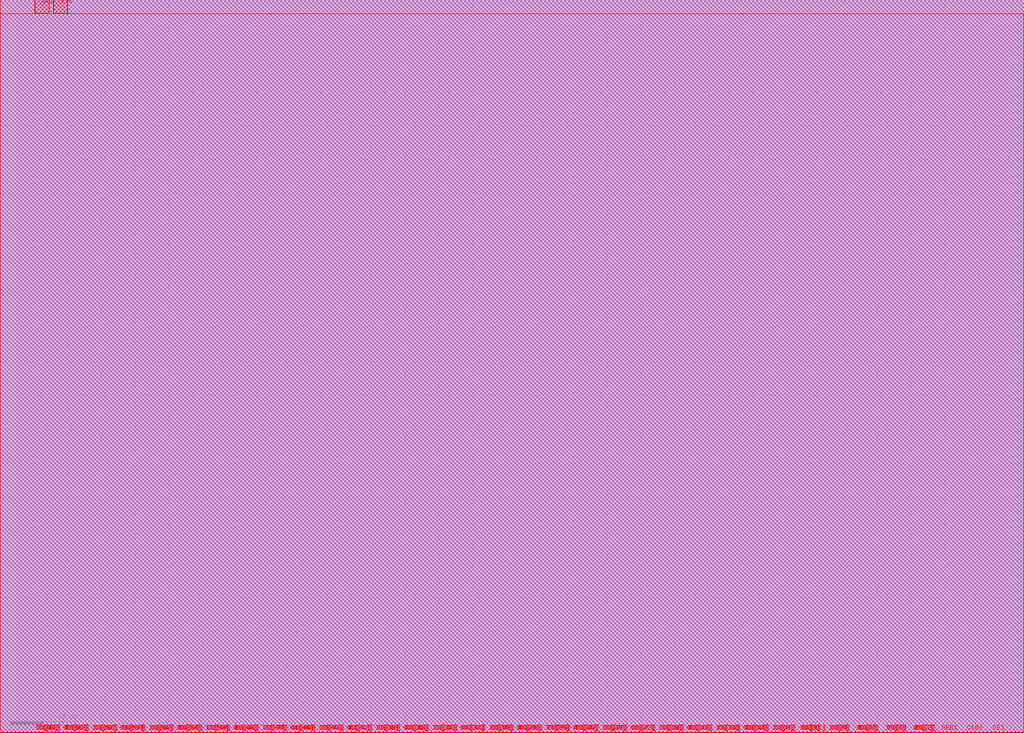
<source format=lef>
VERSION 5.5 ;
NAMESCASESENSITIVE ON ;
BUSBITCHARS "[]" ;
DIVIDERCHAR "/" ;

MACRO nangate45_64x512_1P_BM
  CLASS BLOCK ;
  FOREIGN nangate45_64x512_1P_BM 0.000 0.000 ;
  ORIGIN 0 0 ;
  SIZE 151.760 BY 108.640 ;
  SYMMETRY X Y R90 ;

  PIN CE1
    DIRECTION INPUT ;
    PORT
        LAYER metal2 ;
         RECT 147.000 0.000 147.070 0.070 ;
        LAYER metal3 ;
         RECT 147.000 0.000 147.070 0.070 ;
        LAYER metal4 ;
         RECT 147.000 0.000 147.070 0.070 ;
        LAYER metal5 ;
         RECT 147.000 0.000 147.070 0.070 ;
    END
  END CE1

  PIN CSB1
    DIRECTION INPUT ;
    PORT
        LAYER metal2 ;
         RECT 143.220 0.000 143.290 0.070 ;
        LAYER metal3 ;
         RECT 143.220 0.000 143.290 0.070 ;
        LAYER metal4 ;
         RECT 143.220 0.000 143.290 0.070 ;
        LAYER metal5 ;
         RECT 143.220 0.000 143.290 0.070 ;
    END
  END CSB1

  PIN OEB1
    DIRECTION INPUT ;
    PORT
        LAYER metal2 ;
         RECT 139.440 0.000 139.510 0.070 ;
        LAYER metal3 ;
         RECT 139.440 0.000 139.510 0.070 ;
        LAYER metal4 ;
         RECT 139.440 0.000 139.510 0.070 ;
        LAYER metal5 ;
         RECT 139.440 0.000 139.510 0.070 ;
    END
  END OEB1

  PIN O1[3]
    DIRECTION OUTPUT ;
    PORT
        LAYER metal2 ;
         RECT 135.660 0.000 135.730 0.070 ;
        LAYER metal3 ;
         RECT 135.660 0.000 135.730 0.070 ;
        LAYER metal4 ;
         RECT 135.660 0.000 135.730 0.070 ;
        LAYER metal5 ;
         RECT 135.660 0.000 135.730 0.070 ;
    END
  END O1[3]

  PIN O1[2]
    DIRECTION OUTPUT ;
    PORT
        LAYER metal2 ;
         RECT 135.520 0.000 135.590 0.070 ;
        LAYER metal3 ;
         RECT 135.520 0.000 135.590 0.070 ;
        LAYER metal4 ;
         RECT 135.520 0.000 135.590 0.070 ;
        LAYER metal5 ;
         RECT 135.520 0.000 135.590 0.070 ;
    END
  END O1[2]

  PIN O1[1]
    DIRECTION OUTPUT ;
    PORT
        LAYER metal2 ;
         RECT 135.380 0.000 135.450 0.070 ;
        LAYER metal3 ;
         RECT 135.380 0.000 135.450 0.070 ;
        LAYER metal4 ;
         RECT 135.380 0.000 135.450 0.070 ;
        LAYER metal5 ;
         RECT 135.380 0.000 135.450 0.070 ;
    END
  END O1[1]

  PIN O1[0]
    DIRECTION OUTPUT ;
    PORT
        LAYER metal2 ;
         RECT 135.240 0.000 135.310 0.070 ;
        LAYER metal3 ;
         RECT 135.240 0.000 135.310 0.070 ;
        LAYER metal4 ;
         RECT 135.240 0.000 135.310 0.070 ;
        LAYER metal5 ;
         RECT 135.240 0.000 135.310 0.070 ;
    END
  END O1[0]

  PIN I1[0]
    DIRECTION INPUT ;
    PORT
        LAYER metal2 ;
         RECT 131.460 0.000 131.530 0.070 ;
        LAYER metal3 ;
         RECT 131.460 0.000 131.530 0.070 ;
        LAYER metal4 ;
         RECT 131.460 0.000 131.530 0.070 ;
        LAYER metal5 ;
         RECT 131.460 0.000 131.530 0.070 ;
    END
  END I1[0]

  PIN I1[1]
    DIRECTION INPUT ;
    PORT
        LAYER metal2 ;
         RECT 131.320 0.000 131.390 0.070 ;
        LAYER metal3 ;
         RECT 131.320 0.000 131.390 0.070 ;
        LAYER metal4 ;
         RECT 131.320 0.000 131.390 0.070 ;
        LAYER metal5 ;
         RECT 131.320 0.000 131.390 0.070 ;
    END
  END I1[1]

  PIN I1[2]
    DIRECTION INPUT ;
    PORT
        LAYER metal2 ;
         RECT 131.180 0.000 131.250 0.070 ;
        LAYER metal3 ;
         RECT 131.180 0.000 131.250 0.070 ;
        LAYER metal4 ;
         RECT 131.180 0.000 131.250 0.070 ;
        LAYER metal5 ;
         RECT 131.180 0.000 131.250 0.070 ;
    END
  END I1[2]

  PIN I1[3]
    DIRECTION INPUT ;
    PORT
        LAYER metal2 ;
         RECT 131.040 0.000 131.110 0.070 ;
        LAYER metal3 ;
         RECT 131.040 0.000 131.110 0.070 ;
        LAYER metal4 ;
         RECT 131.040 0.000 131.110 0.070 ;
        LAYER metal5 ;
         RECT 131.040 0.000 131.110 0.070 ;
    END
  END I1[3]

  PIN O1[7]
    DIRECTION OUTPUT ;
    PORT
        LAYER metal2 ;
         RECT 127.260 0.000 127.330 0.070 ;
        LAYER metal3 ;
         RECT 127.260 0.000 127.330 0.070 ;
        LAYER metal4 ;
         RECT 127.260 0.000 127.330 0.070 ;
        LAYER metal5 ;
         RECT 127.260 0.000 127.330 0.070 ;
    END
  END O1[7]

  PIN O1[6]
    DIRECTION OUTPUT ;
    PORT
        LAYER metal2 ;
         RECT 127.120 0.000 127.190 0.070 ;
        LAYER metal3 ;
         RECT 127.120 0.000 127.190 0.070 ;
        LAYER metal4 ;
         RECT 127.120 0.000 127.190 0.070 ;
        LAYER metal5 ;
         RECT 127.120 0.000 127.190 0.070 ;
    END
  END O1[6]

  PIN O1[5]
    DIRECTION OUTPUT ;
    PORT
        LAYER metal2 ;
         RECT 126.980 0.000 127.050 0.070 ;
        LAYER metal3 ;
         RECT 126.980 0.000 127.050 0.070 ;
        LAYER metal4 ;
         RECT 126.980 0.000 127.050 0.070 ;
        LAYER metal5 ;
         RECT 126.980 0.000 127.050 0.070 ;
    END
  END O1[5]

  PIN O1[4]
    DIRECTION OUTPUT ;
    PORT
        LAYER metal2 ;
         RECT 126.840 0.000 126.910 0.070 ;
        LAYER metal3 ;
         RECT 126.840 0.000 126.910 0.070 ;
        LAYER metal4 ;
         RECT 126.840 0.000 126.910 0.070 ;
        LAYER metal5 ;
         RECT 126.840 0.000 126.910 0.070 ;
    END
  END O1[4]

  PIN I1[4]
    DIRECTION INPUT ;
    PORT
        LAYER metal2 ;
         RECT 123.060 0.000 123.130 0.070 ;
        LAYER metal3 ;
         RECT 123.060 0.000 123.130 0.070 ;
        LAYER metal4 ;
         RECT 123.060 0.000 123.130 0.070 ;
        LAYER metal5 ;
         RECT 123.060 0.000 123.130 0.070 ;
    END
  END I1[4]

  PIN I1[5]
    DIRECTION INPUT ;
    PORT
        LAYER metal2 ;
         RECT 122.920 0.000 122.990 0.070 ;
        LAYER metal3 ;
         RECT 122.920 0.000 122.990 0.070 ;
        LAYER metal4 ;
         RECT 122.920 0.000 122.990 0.070 ;
        LAYER metal5 ;
         RECT 122.920 0.000 122.990 0.070 ;
    END
  END I1[5]

  PIN I1[6]
    DIRECTION INPUT ;
    PORT
        LAYER metal2 ;
         RECT 122.780 0.000 122.850 0.070 ;
        LAYER metal3 ;
         RECT 122.780 0.000 122.850 0.070 ;
        LAYER metal4 ;
         RECT 122.780 0.000 122.850 0.070 ;
        LAYER metal5 ;
         RECT 122.780 0.000 122.850 0.070 ;
    END
  END I1[6]

  PIN I1[7]
    DIRECTION INPUT ;
    PORT
        LAYER metal2 ;
         RECT 122.640 0.000 122.710 0.070 ;
        LAYER metal3 ;
         RECT 122.640 0.000 122.710 0.070 ;
        LAYER metal4 ;
         RECT 122.640 0.000 122.710 0.070 ;
        LAYER metal5 ;
         RECT 122.640 0.000 122.710 0.070 ;
    END
  END I1[7]

  PIN O1[11]
    DIRECTION OUTPUT ;
    PORT
        LAYER metal2 ;
         RECT 118.860 0.000 118.930 0.070 ;
        LAYER metal3 ;
         RECT 118.860 0.000 118.930 0.070 ;
        LAYER metal4 ;
         RECT 118.860 0.000 118.930 0.070 ;
        LAYER metal5 ;
         RECT 118.860 0.000 118.930 0.070 ;
    END
  END O1[11]

  PIN O1[10]
    DIRECTION OUTPUT ;
    PORT
        LAYER metal2 ;
         RECT 118.720 0.000 118.790 0.070 ;
        LAYER metal3 ;
         RECT 118.720 0.000 118.790 0.070 ;
        LAYER metal4 ;
         RECT 118.720 0.000 118.790 0.070 ;
        LAYER metal5 ;
         RECT 118.720 0.000 118.790 0.070 ;
    END
  END O1[10]

  PIN O1[9]
    DIRECTION OUTPUT ;
    PORT
        LAYER metal2 ;
         RECT 118.580 0.000 118.650 0.070 ;
        LAYER metal3 ;
         RECT 118.580 0.000 118.650 0.070 ;
        LAYER metal4 ;
         RECT 118.580 0.000 118.650 0.070 ;
        LAYER metal5 ;
         RECT 118.580 0.000 118.650 0.070 ;
    END
  END O1[9]

  PIN O1[8]
    DIRECTION OUTPUT ;
    PORT
        LAYER metal2 ;
         RECT 118.440 0.000 118.510 0.070 ;
        LAYER metal3 ;
         RECT 118.440 0.000 118.510 0.070 ;
        LAYER metal4 ;
         RECT 118.440 0.000 118.510 0.070 ;
        LAYER metal5 ;
         RECT 118.440 0.000 118.510 0.070 ;
    END
  END O1[8]

  PIN I1[8]
    DIRECTION INPUT ;
    PORT
        LAYER metal2 ;
         RECT 114.660 0.000 114.730 0.070 ;
        LAYER metal3 ;
         RECT 114.660 0.000 114.730 0.070 ;
        LAYER metal4 ;
         RECT 114.660 0.000 114.730 0.070 ;
        LAYER metal5 ;
         RECT 114.660 0.000 114.730 0.070 ;
    END
  END I1[8]

  PIN I1[9]
    DIRECTION INPUT ;
    PORT
        LAYER metal2 ;
         RECT 114.520 0.000 114.590 0.070 ;
        LAYER metal3 ;
         RECT 114.520 0.000 114.590 0.070 ;
        LAYER metal4 ;
         RECT 114.520 0.000 114.590 0.070 ;
        LAYER metal5 ;
         RECT 114.520 0.000 114.590 0.070 ;
    END
  END I1[9]

  PIN I1[10]
    DIRECTION INPUT ;
    PORT
        LAYER metal2 ;
         RECT 114.380 0.000 114.450 0.070 ;
        LAYER metal3 ;
         RECT 114.380 0.000 114.450 0.070 ;
        LAYER metal4 ;
         RECT 114.380 0.000 114.450 0.070 ;
        LAYER metal5 ;
         RECT 114.380 0.000 114.450 0.070 ;
    END
  END I1[10]

  PIN I1[11]
    DIRECTION INPUT ;
    PORT
        LAYER metal2 ;
         RECT 114.240 0.000 114.310 0.070 ;
        LAYER metal3 ;
         RECT 114.240 0.000 114.310 0.070 ;
        LAYER metal4 ;
         RECT 114.240 0.000 114.310 0.070 ;
        LAYER metal5 ;
         RECT 114.240 0.000 114.310 0.070 ;
    END
  END I1[11]

  PIN O1[15]
    DIRECTION OUTPUT ;
    PORT
        LAYER metal2 ;
         RECT 110.460 0.000 110.530 0.070 ;
        LAYER metal3 ;
         RECT 110.460 0.000 110.530 0.070 ;
        LAYER metal4 ;
         RECT 110.460 0.000 110.530 0.070 ;
        LAYER metal5 ;
         RECT 110.460 0.000 110.530 0.070 ;
    END
  END O1[15]

  PIN O1[14]
    DIRECTION OUTPUT ;
    PORT
        LAYER metal2 ;
         RECT 110.320 0.000 110.390 0.070 ;
        LAYER metal3 ;
         RECT 110.320 0.000 110.390 0.070 ;
        LAYER metal4 ;
         RECT 110.320 0.000 110.390 0.070 ;
        LAYER metal5 ;
         RECT 110.320 0.000 110.390 0.070 ;
    END
  END O1[14]

  PIN O1[13]
    DIRECTION OUTPUT ;
    PORT
        LAYER metal2 ;
         RECT 110.180 0.000 110.250 0.070 ;
        LAYER metal3 ;
         RECT 110.180 0.000 110.250 0.070 ;
        LAYER metal4 ;
         RECT 110.180 0.000 110.250 0.070 ;
        LAYER metal5 ;
         RECT 110.180 0.000 110.250 0.070 ;
    END
  END O1[13]

  PIN O1[12]
    DIRECTION OUTPUT ;
    PORT
        LAYER metal2 ;
         RECT 110.040 0.000 110.110 0.070 ;
        LAYER metal3 ;
         RECT 110.040 0.000 110.110 0.070 ;
        LAYER metal4 ;
         RECT 110.040 0.000 110.110 0.070 ;
        LAYER metal5 ;
         RECT 110.040 0.000 110.110 0.070 ;
    END
  END O1[12]

  PIN I1[12]
    DIRECTION INPUT ;
    PORT
        LAYER metal2 ;
         RECT 106.260 0.000 106.330 0.070 ;
        LAYER metal3 ;
         RECT 106.260 0.000 106.330 0.070 ;
        LAYER metal4 ;
         RECT 106.260 0.000 106.330 0.070 ;
        LAYER metal5 ;
         RECT 106.260 0.000 106.330 0.070 ;
    END
  END I1[12]

  PIN I1[13]
    DIRECTION INPUT ;
    PORT
        LAYER metal2 ;
         RECT 106.120 0.000 106.190 0.070 ;
        LAYER metal3 ;
         RECT 106.120 0.000 106.190 0.070 ;
        LAYER metal4 ;
         RECT 106.120 0.000 106.190 0.070 ;
        LAYER metal5 ;
         RECT 106.120 0.000 106.190 0.070 ;
    END
  END I1[13]

  PIN I1[14]
    DIRECTION INPUT ;
    PORT
        LAYER metal2 ;
         RECT 105.980 0.000 106.050 0.070 ;
        LAYER metal3 ;
         RECT 105.980 0.000 106.050 0.070 ;
        LAYER metal4 ;
         RECT 105.980 0.000 106.050 0.070 ;
        LAYER metal5 ;
         RECT 105.980 0.000 106.050 0.070 ;
    END
  END I1[14]

  PIN I1[15]
    DIRECTION INPUT ;
    PORT
        LAYER metal2 ;
         RECT 105.840 0.000 105.910 0.070 ;
        LAYER metal3 ;
         RECT 105.840 0.000 105.910 0.070 ;
        LAYER metal4 ;
         RECT 105.840 0.000 105.910 0.070 ;
        LAYER metal5 ;
         RECT 105.840 0.000 105.910 0.070 ;
    END
  END I1[15]

  PIN O1[19]
    DIRECTION OUTPUT ;
    PORT
        LAYER metal2 ;
         RECT 102.060 0.000 102.130 0.070 ;
        LAYER metal3 ;
         RECT 102.060 0.000 102.130 0.070 ;
        LAYER metal4 ;
         RECT 102.060 0.000 102.130 0.070 ;
        LAYER metal5 ;
         RECT 102.060 0.000 102.130 0.070 ;
    END
  END O1[19]

  PIN O1[18]
    DIRECTION OUTPUT ;
    PORT
        LAYER metal2 ;
         RECT 101.920 0.000 101.990 0.070 ;
        LAYER metal3 ;
         RECT 101.920 0.000 101.990 0.070 ;
        LAYER metal4 ;
         RECT 101.920 0.000 101.990 0.070 ;
        LAYER metal5 ;
         RECT 101.920 0.000 101.990 0.070 ;
    END
  END O1[18]

  PIN O1[17]
    DIRECTION OUTPUT ;
    PORT
        LAYER metal2 ;
         RECT 101.780 0.000 101.850 0.070 ;
        LAYER metal3 ;
         RECT 101.780 0.000 101.850 0.070 ;
        LAYER metal4 ;
         RECT 101.780 0.000 101.850 0.070 ;
        LAYER metal5 ;
         RECT 101.780 0.000 101.850 0.070 ;
    END
  END O1[17]

  PIN O1[16]
    DIRECTION OUTPUT ;
    PORT
        LAYER metal2 ;
         RECT 101.640 0.000 101.710 0.070 ;
        LAYER metal3 ;
         RECT 101.640 0.000 101.710 0.070 ;
        LAYER metal4 ;
         RECT 101.640 0.000 101.710 0.070 ;
        LAYER metal5 ;
         RECT 101.640 0.000 101.710 0.070 ;
    END
  END O1[16]

  PIN I1[16]
    DIRECTION INPUT ;
    PORT
        LAYER metal2 ;
         RECT 97.860 0.000 97.930 0.070 ;
        LAYER metal3 ;
         RECT 97.860 0.000 97.930 0.070 ;
        LAYER metal4 ;
         RECT 97.860 0.000 97.930 0.070 ;
        LAYER metal5 ;
         RECT 97.860 0.000 97.930 0.070 ;
    END
  END I1[16]

  PIN I1[17]
    DIRECTION INPUT ;
    PORT
        LAYER metal2 ;
         RECT 97.720 0.000 97.790 0.070 ;
        LAYER metal3 ;
         RECT 97.720 0.000 97.790 0.070 ;
        LAYER metal4 ;
         RECT 97.720 0.000 97.790 0.070 ;
        LAYER metal5 ;
         RECT 97.720 0.000 97.790 0.070 ;
    END
  END I1[17]

  PIN I1[18]
    DIRECTION INPUT ;
    PORT
        LAYER metal2 ;
         RECT 97.580 0.000 97.650 0.070 ;
        LAYER metal3 ;
         RECT 97.580 0.000 97.650 0.070 ;
        LAYER metal4 ;
         RECT 97.580 0.000 97.650 0.070 ;
        LAYER metal5 ;
         RECT 97.580 0.000 97.650 0.070 ;
    END
  END I1[18]

  PIN I1[19]
    DIRECTION INPUT ;
    PORT
        LAYER metal2 ;
         RECT 97.440 0.000 97.510 0.070 ;
        LAYER metal3 ;
         RECT 97.440 0.000 97.510 0.070 ;
        LAYER metal4 ;
         RECT 97.440 0.000 97.510 0.070 ;
        LAYER metal5 ;
         RECT 97.440 0.000 97.510 0.070 ;
    END
  END I1[19]

  PIN O1[23]
    DIRECTION OUTPUT ;
    PORT
        LAYER metal2 ;
         RECT 93.660 0.000 93.730 0.070 ;
        LAYER metal3 ;
         RECT 93.660 0.000 93.730 0.070 ;
        LAYER metal4 ;
         RECT 93.660 0.000 93.730 0.070 ;
        LAYER metal5 ;
         RECT 93.660 0.000 93.730 0.070 ;
    END
  END O1[23]

  PIN O1[22]
    DIRECTION OUTPUT ;
    PORT
        LAYER metal2 ;
         RECT 93.520 0.000 93.590 0.070 ;
        LAYER metal3 ;
         RECT 93.520 0.000 93.590 0.070 ;
        LAYER metal4 ;
         RECT 93.520 0.000 93.590 0.070 ;
        LAYER metal5 ;
         RECT 93.520 0.000 93.590 0.070 ;
    END
  END O1[22]

  PIN O1[21]
    DIRECTION OUTPUT ;
    PORT
        LAYER metal2 ;
         RECT 93.380 0.000 93.450 0.070 ;
        LAYER metal3 ;
         RECT 93.380 0.000 93.450 0.070 ;
        LAYER metal4 ;
         RECT 93.380 0.000 93.450 0.070 ;
        LAYER metal5 ;
         RECT 93.380 0.000 93.450 0.070 ;
    END
  END O1[21]

  PIN O1[20]
    DIRECTION OUTPUT ;
    PORT
        LAYER metal2 ;
         RECT 93.240 0.000 93.310 0.070 ;
        LAYER metal3 ;
         RECT 93.240 0.000 93.310 0.070 ;
        LAYER metal4 ;
         RECT 93.240 0.000 93.310 0.070 ;
        LAYER metal5 ;
         RECT 93.240 0.000 93.310 0.070 ;
    END
  END O1[20]

  PIN I1[20]
    DIRECTION INPUT ;
    PORT
        LAYER metal2 ;
         RECT 89.460 0.000 89.530 0.070 ;
        LAYER metal3 ;
         RECT 89.460 0.000 89.530 0.070 ;
        LAYER metal4 ;
         RECT 89.460 0.000 89.530 0.070 ;
        LAYER metal5 ;
         RECT 89.460 0.000 89.530 0.070 ;
    END
  END I1[20]

  PIN I1[21]
    DIRECTION INPUT ;
    PORT
        LAYER metal2 ;
         RECT 89.320 0.000 89.390 0.070 ;
        LAYER metal3 ;
         RECT 89.320 0.000 89.390 0.070 ;
        LAYER metal4 ;
         RECT 89.320 0.000 89.390 0.070 ;
        LAYER metal5 ;
         RECT 89.320 0.000 89.390 0.070 ;
    END
  END I1[21]

  PIN I1[22]
    DIRECTION INPUT ;
    PORT
        LAYER metal2 ;
         RECT 89.180 0.000 89.250 0.070 ;
        LAYER metal3 ;
         RECT 89.180 0.000 89.250 0.070 ;
        LAYER metal4 ;
         RECT 89.180 0.000 89.250 0.070 ;
        LAYER metal5 ;
         RECT 89.180 0.000 89.250 0.070 ;
    END
  END I1[22]

  PIN I1[23]
    DIRECTION INPUT ;
    PORT
        LAYER metal2 ;
         RECT 89.040 0.000 89.110 0.070 ;
        LAYER metal3 ;
         RECT 89.040 0.000 89.110 0.070 ;
        LAYER metal4 ;
         RECT 89.040 0.000 89.110 0.070 ;
        LAYER metal5 ;
         RECT 89.040 0.000 89.110 0.070 ;
    END
  END I1[23]

  PIN O1[27]
    DIRECTION OUTPUT ;
    PORT
        LAYER metal2 ;
         RECT 85.260 0.000 85.330 0.070 ;
        LAYER metal3 ;
         RECT 85.260 0.000 85.330 0.070 ;
        LAYER metal4 ;
         RECT 85.260 0.000 85.330 0.070 ;
        LAYER metal5 ;
         RECT 85.260 0.000 85.330 0.070 ;
    END
  END O1[27]

  PIN O1[26]
    DIRECTION OUTPUT ;
    PORT
        LAYER metal2 ;
         RECT 85.120 0.000 85.190 0.070 ;
        LAYER metal3 ;
         RECT 85.120 0.000 85.190 0.070 ;
        LAYER metal4 ;
         RECT 85.120 0.000 85.190 0.070 ;
        LAYER metal5 ;
         RECT 85.120 0.000 85.190 0.070 ;
    END
  END O1[26]

  PIN O1[25]
    DIRECTION OUTPUT ;
    PORT
        LAYER metal2 ;
         RECT 84.980 0.000 85.050 0.070 ;
        LAYER metal3 ;
         RECT 84.980 0.000 85.050 0.070 ;
        LAYER metal4 ;
         RECT 84.980 0.000 85.050 0.070 ;
        LAYER metal5 ;
         RECT 84.980 0.000 85.050 0.070 ;
    END
  END O1[25]

  PIN O1[24]
    DIRECTION OUTPUT ;
    PORT
        LAYER metal2 ;
         RECT 84.840 0.000 84.910 0.070 ;
        LAYER metal3 ;
         RECT 84.840 0.000 84.910 0.070 ;
        LAYER metal4 ;
         RECT 84.840 0.000 84.910 0.070 ;
        LAYER metal5 ;
         RECT 84.840 0.000 84.910 0.070 ;
    END
  END O1[24]

  PIN I1[24]
    DIRECTION INPUT ;
    PORT
        LAYER metal2 ;
         RECT 81.060 0.000 81.130 0.070 ;
        LAYER metal3 ;
         RECT 81.060 0.000 81.130 0.070 ;
        LAYER metal4 ;
         RECT 81.060 0.000 81.130 0.070 ;
        LAYER metal5 ;
         RECT 81.060 0.000 81.130 0.070 ;
    END
  END I1[24]

  PIN I1[25]
    DIRECTION INPUT ;
    PORT
        LAYER metal2 ;
         RECT 80.920 0.000 80.990 0.070 ;
        LAYER metal3 ;
         RECT 80.920 0.000 80.990 0.070 ;
        LAYER metal4 ;
         RECT 80.920 0.000 80.990 0.070 ;
        LAYER metal5 ;
         RECT 80.920 0.000 80.990 0.070 ;
    END
  END I1[25]

  PIN I1[26]
    DIRECTION INPUT ;
    PORT
        LAYER metal2 ;
         RECT 80.780 0.000 80.850 0.070 ;
        LAYER metal3 ;
         RECT 80.780 0.000 80.850 0.070 ;
        LAYER metal4 ;
         RECT 80.780 0.000 80.850 0.070 ;
        LAYER metal5 ;
         RECT 80.780 0.000 80.850 0.070 ;
    END
  END I1[26]

  PIN I1[27]
    DIRECTION INPUT ;
    PORT
        LAYER metal2 ;
         RECT 80.640 0.000 80.710 0.070 ;
        LAYER metal3 ;
         RECT 80.640 0.000 80.710 0.070 ;
        LAYER metal4 ;
         RECT 80.640 0.000 80.710 0.070 ;
        LAYER metal5 ;
         RECT 80.640 0.000 80.710 0.070 ;
    END
  END I1[27]

  PIN O1[31]
    DIRECTION OUTPUT ;
    PORT
        LAYER metal2 ;
         RECT 76.860 0.000 76.930 0.070 ;
        LAYER metal3 ;
         RECT 76.860 0.000 76.930 0.070 ;
        LAYER metal4 ;
         RECT 76.860 0.000 76.930 0.070 ;
        LAYER metal5 ;
         RECT 76.860 0.000 76.930 0.070 ;
    END
  END O1[31]

  PIN O1[30]
    DIRECTION OUTPUT ;
    PORT
        LAYER metal2 ;
         RECT 76.720 0.000 76.790 0.070 ;
        LAYER metal3 ;
         RECT 76.720 0.000 76.790 0.070 ;
        LAYER metal4 ;
         RECT 76.720 0.000 76.790 0.070 ;
        LAYER metal5 ;
         RECT 76.720 0.000 76.790 0.070 ;
    END
  END O1[30]

  PIN O1[29]
    DIRECTION OUTPUT ;
    PORT
        LAYER metal2 ;
         RECT 76.580 0.000 76.650 0.070 ;
        LAYER metal3 ;
         RECT 76.580 0.000 76.650 0.070 ;
        LAYER metal4 ;
         RECT 76.580 0.000 76.650 0.070 ;
        LAYER metal5 ;
         RECT 76.580 0.000 76.650 0.070 ;
    END
  END O1[29]

  PIN O1[28]
    DIRECTION OUTPUT ;
    PORT
        LAYER metal2 ;
         RECT 76.440 0.000 76.510 0.070 ;
        LAYER metal3 ;
         RECT 76.440 0.000 76.510 0.070 ;
        LAYER metal4 ;
         RECT 76.440 0.000 76.510 0.070 ;
        LAYER metal5 ;
         RECT 76.440 0.000 76.510 0.070 ;
    END
  END O1[28]

  PIN I1[28]
    DIRECTION INPUT ;
    PORT
        LAYER metal2 ;
         RECT 72.660 0.000 72.730 0.070 ;
        LAYER metal3 ;
         RECT 72.660 0.000 72.730 0.070 ;
        LAYER metal4 ;
         RECT 72.660 0.000 72.730 0.070 ;
        LAYER metal5 ;
         RECT 72.660 0.000 72.730 0.070 ;
    END
  END I1[28]

  PIN I1[29]
    DIRECTION INPUT ;
    PORT
        LAYER metal2 ;
         RECT 72.520 0.000 72.590 0.070 ;
        LAYER metal3 ;
         RECT 72.520 0.000 72.590 0.070 ;
        LAYER metal4 ;
         RECT 72.520 0.000 72.590 0.070 ;
        LAYER metal5 ;
         RECT 72.520 0.000 72.590 0.070 ;
    END
  END I1[29]

  PIN I1[30]
    DIRECTION INPUT ;
    PORT
        LAYER metal2 ;
         RECT 72.380 0.000 72.450 0.070 ;
        LAYER metal3 ;
         RECT 72.380 0.000 72.450 0.070 ;
        LAYER metal4 ;
         RECT 72.380 0.000 72.450 0.070 ;
        LAYER metal5 ;
         RECT 72.380 0.000 72.450 0.070 ;
    END
  END I1[30]

  PIN I1[31]
    DIRECTION INPUT ;
    PORT
        LAYER metal2 ;
         RECT 72.240 0.000 72.310 0.070 ;
        LAYER metal3 ;
         RECT 72.240 0.000 72.310 0.070 ;
        LAYER metal4 ;
         RECT 72.240 0.000 72.310 0.070 ;
        LAYER metal5 ;
         RECT 72.240 0.000 72.310 0.070 ;
    END
  END I1[31]

  PIN O1[35]
    DIRECTION OUTPUT ;
    PORT
        LAYER metal2 ;
         RECT 68.460 0.000 68.530 0.070 ;
        LAYER metal3 ;
         RECT 68.460 0.000 68.530 0.070 ;
        LAYER metal4 ;
         RECT 68.460 0.000 68.530 0.070 ;
        LAYER metal5 ;
         RECT 68.460 0.000 68.530 0.070 ;
    END
  END O1[35]

  PIN O1[34]
    DIRECTION OUTPUT ;
    PORT
        LAYER metal2 ;
         RECT 68.320 0.000 68.390 0.070 ;
        LAYER metal3 ;
         RECT 68.320 0.000 68.390 0.070 ;
        LAYER metal4 ;
         RECT 68.320 0.000 68.390 0.070 ;
        LAYER metal5 ;
         RECT 68.320 0.000 68.390 0.070 ;
    END
  END O1[34]

  PIN O1[33]
    DIRECTION OUTPUT ;
    PORT
        LAYER metal2 ;
         RECT 68.180 0.000 68.250 0.070 ;
        LAYER metal3 ;
         RECT 68.180 0.000 68.250 0.070 ;
        LAYER metal4 ;
         RECT 68.180 0.000 68.250 0.070 ;
        LAYER metal5 ;
         RECT 68.180 0.000 68.250 0.070 ;
    END
  END O1[33]

  PIN O1[32]
    DIRECTION OUTPUT ;
    PORT
        LAYER metal2 ;
         RECT 68.040 0.000 68.110 0.070 ;
        LAYER metal3 ;
         RECT 68.040 0.000 68.110 0.070 ;
        LAYER metal4 ;
         RECT 68.040 0.000 68.110 0.070 ;
        LAYER metal5 ;
         RECT 68.040 0.000 68.110 0.070 ;
    END
  END O1[32]

  PIN I1[32]
    DIRECTION INPUT ;
    PORT
        LAYER metal2 ;
         RECT 64.260 0.000 64.330 0.070 ;
        LAYER metal3 ;
         RECT 64.260 0.000 64.330 0.070 ;
        LAYER metal4 ;
         RECT 64.260 0.000 64.330 0.070 ;
        LAYER metal5 ;
         RECT 64.260 0.000 64.330 0.070 ;
    END
  END I1[32]

  PIN I1[33]
    DIRECTION INPUT ;
    PORT
        LAYER metal2 ;
         RECT 64.120 0.000 64.190 0.070 ;
        LAYER metal3 ;
         RECT 64.120 0.000 64.190 0.070 ;
        LAYER metal4 ;
         RECT 64.120 0.000 64.190 0.070 ;
        LAYER metal5 ;
         RECT 64.120 0.000 64.190 0.070 ;
    END
  END I1[33]

  PIN I1[34]
    DIRECTION INPUT ;
    PORT
        LAYER metal2 ;
         RECT 63.980 0.000 64.050 0.070 ;
        LAYER metal3 ;
         RECT 63.980 0.000 64.050 0.070 ;
        LAYER metal4 ;
         RECT 63.980 0.000 64.050 0.070 ;
        LAYER metal5 ;
         RECT 63.980 0.000 64.050 0.070 ;
    END
  END I1[34]

  PIN I1[35]
    DIRECTION INPUT ;
    PORT
        LAYER metal2 ;
         RECT 63.840 0.000 63.910 0.070 ;
        LAYER metal3 ;
         RECT 63.840 0.000 63.910 0.070 ;
        LAYER metal4 ;
         RECT 63.840 0.000 63.910 0.070 ;
        LAYER metal5 ;
         RECT 63.840 0.000 63.910 0.070 ;
    END
  END I1[35]

  PIN O1[39]
    DIRECTION OUTPUT ;
    PORT
        LAYER metal2 ;
         RECT 60.060 0.000 60.130 0.070 ;
        LAYER metal3 ;
         RECT 60.060 0.000 60.130 0.070 ;
        LAYER metal4 ;
         RECT 60.060 0.000 60.130 0.070 ;
        LAYER metal5 ;
         RECT 60.060 0.000 60.130 0.070 ;
    END
  END O1[39]

  PIN O1[38]
    DIRECTION OUTPUT ;
    PORT
        LAYER metal2 ;
         RECT 59.920 0.000 59.990 0.070 ;
        LAYER metal3 ;
         RECT 59.920 0.000 59.990 0.070 ;
        LAYER metal4 ;
         RECT 59.920 0.000 59.990 0.070 ;
        LAYER metal5 ;
         RECT 59.920 0.000 59.990 0.070 ;
    END
  END O1[38]

  PIN O1[37]
    DIRECTION OUTPUT ;
    PORT
        LAYER metal2 ;
         RECT 59.780 0.000 59.850 0.070 ;
        LAYER metal3 ;
         RECT 59.780 0.000 59.850 0.070 ;
        LAYER metal4 ;
         RECT 59.780 0.000 59.850 0.070 ;
        LAYER metal5 ;
         RECT 59.780 0.000 59.850 0.070 ;
    END
  END O1[37]

  PIN O1[36]
    DIRECTION OUTPUT ;
    PORT
        LAYER metal2 ;
         RECT 59.640 0.000 59.710 0.070 ;
        LAYER metal3 ;
         RECT 59.640 0.000 59.710 0.070 ;
        LAYER metal4 ;
         RECT 59.640 0.000 59.710 0.070 ;
        LAYER metal5 ;
         RECT 59.640 0.000 59.710 0.070 ;
    END
  END O1[36]

  PIN I1[36]
    DIRECTION INPUT ;
    PORT
        LAYER metal2 ;
         RECT 55.860 0.000 55.930 0.070 ;
        LAYER metal3 ;
         RECT 55.860 0.000 55.930 0.070 ;
        LAYER metal4 ;
         RECT 55.860 0.000 55.930 0.070 ;
        LAYER metal5 ;
         RECT 55.860 0.000 55.930 0.070 ;
    END
  END I1[36]

  PIN I1[37]
    DIRECTION INPUT ;
    PORT
        LAYER metal2 ;
         RECT 55.720 0.000 55.790 0.070 ;
        LAYER metal3 ;
         RECT 55.720 0.000 55.790 0.070 ;
        LAYER metal4 ;
         RECT 55.720 0.000 55.790 0.070 ;
        LAYER metal5 ;
         RECT 55.720 0.000 55.790 0.070 ;
    END
  END I1[37]

  PIN I1[38]
    DIRECTION INPUT ;
    PORT
        LAYER metal2 ;
         RECT 55.580 0.000 55.650 0.070 ;
        LAYER metal3 ;
         RECT 55.580 0.000 55.650 0.070 ;
        LAYER metal4 ;
         RECT 55.580 0.000 55.650 0.070 ;
        LAYER metal5 ;
         RECT 55.580 0.000 55.650 0.070 ;
    END
  END I1[38]

  PIN I1[39]
    DIRECTION INPUT ;
    PORT
        LAYER metal2 ;
         RECT 55.440 0.000 55.510 0.070 ;
        LAYER metal3 ;
         RECT 55.440 0.000 55.510 0.070 ;
        LAYER metal4 ;
         RECT 55.440 0.000 55.510 0.070 ;
        LAYER metal5 ;
         RECT 55.440 0.000 55.510 0.070 ;
    END
  END I1[39]

  PIN O1[43]
    DIRECTION OUTPUT ;
    PORT
        LAYER metal2 ;
         RECT 51.660 0.000 51.730 0.070 ;
        LAYER metal3 ;
         RECT 51.660 0.000 51.730 0.070 ;
        LAYER metal4 ;
         RECT 51.660 0.000 51.730 0.070 ;
        LAYER metal5 ;
         RECT 51.660 0.000 51.730 0.070 ;
    END
  END O1[43]

  PIN O1[42]
    DIRECTION OUTPUT ;
    PORT
        LAYER metal2 ;
         RECT 51.520 0.000 51.590 0.070 ;
        LAYER metal3 ;
         RECT 51.520 0.000 51.590 0.070 ;
        LAYER metal4 ;
         RECT 51.520 0.000 51.590 0.070 ;
        LAYER metal5 ;
         RECT 51.520 0.000 51.590 0.070 ;
    END
  END O1[42]

  PIN O1[41]
    DIRECTION OUTPUT ;
    PORT
        LAYER metal2 ;
         RECT 51.380 0.000 51.450 0.070 ;
        LAYER metal3 ;
         RECT 51.380 0.000 51.450 0.070 ;
        LAYER metal4 ;
         RECT 51.380 0.000 51.450 0.070 ;
        LAYER metal5 ;
         RECT 51.380 0.000 51.450 0.070 ;
    END
  END O1[41]

  PIN O1[40]
    DIRECTION OUTPUT ;
    PORT
        LAYER metal2 ;
         RECT 51.240 0.000 51.310 0.070 ;
        LAYER metal3 ;
         RECT 51.240 0.000 51.310 0.070 ;
        LAYER metal4 ;
         RECT 51.240 0.000 51.310 0.070 ;
        LAYER metal5 ;
         RECT 51.240 0.000 51.310 0.070 ;
    END
  END O1[40]

  PIN I1[40]
    DIRECTION INPUT ;
    PORT
        LAYER metal2 ;
         RECT 47.460 0.000 47.530 0.070 ;
        LAYER metal3 ;
         RECT 47.460 0.000 47.530 0.070 ;
        LAYER metal4 ;
         RECT 47.460 0.000 47.530 0.070 ;
        LAYER metal5 ;
         RECT 47.460 0.000 47.530 0.070 ;
    END
  END I1[40]

  PIN I1[41]
    DIRECTION INPUT ;
    PORT
        LAYER metal2 ;
         RECT 47.320 0.000 47.390 0.070 ;
        LAYER metal3 ;
         RECT 47.320 0.000 47.390 0.070 ;
        LAYER metal4 ;
         RECT 47.320 0.000 47.390 0.070 ;
        LAYER metal5 ;
         RECT 47.320 0.000 47.390 0.070 ;
    END
  END I1[41]

  PIN I1[42]
    DIRECTION INPUT ;
    PORT
        LAYER metal2 ;
         RECT 47.180 0.000 47.250 0.070 ;
        LAYER metal3 ;
         RECT 47.180 0.000 47.250 0.070 ;
        LAYER metal4 ;
         RECT 47.180 0.000 47.250 0.070 ;
        LAYER metal5 ;
         RECT 47.180 0.000 47.250 0.070 ;
    END
  END I1[42]

  PIN I1[43]
    DIRECTION INPUT ;
    PORT
        LAYER metal2 ;
         RECT 47.040 0.000 47.110 0.070 ;
        LAYER metal3 ;
         RECT 47.040 0.000 47.110 0.070 ;
        LAYER metal4 ;
         RECT 47.040 0.000 47.110 0.070 ;
        LAYER metal5 ;
         RECT 47.040 0.000 47.110 0.070 ;
    END
  END I1[43]

  PIN O1[47]
    DIRECTION OUTPUT ;
    PORT
        LAYER metal2 ;
         RECT 43.260 0.000 43.330 0.070 ;
        LAYER metal3 ;
         RECT 43.260 0.000 43.330 0.070 ;
        LAYER metal4 ;
         RECT 43.260 0.000 43.330 0.070 ;
        LAYER metal5 ;
         RECT 43.260 0.000 43.330 0.070 ;
    END
  END O1[47]

  PIN O1[46]
    DIRECTION OUTPUT ;
    PORT
        LAYER metal2 ;
         RECT 43.120 0.000 43.190 0.070 ;
        LAYER metal3 ;
         RECT 43.120 0.000 43.190 0.070 ;
        LAYER metal4 ;
         RECT 43.120 0.000 43.190 0.070 ;
        LAYER metal5 ;
         RECT 43.120 0.000 43.190 0.070 ;
    END
  END O1[46]

  PIN O1[45]
    DIRECTION OUTPUT ;
    PORT
        LAYER metal2 ;
         RECT 42.980 0.000 43.050 0.070 ;
        LAYER metal3 ;
         RECT 42.980 0.000 43.050 0.070 ;
        LAYER metal4 ;
         RECT 42.980 0.000 43.050 0.070 ;
        LAYER metal5 ;
         RECT 42.980 0.000 43.050 0.070 ;
    END
  END O1[45]

  PIN O1[44]
    DIRECTION OUTPUT ;
    PORT
        LAYER metal2 ;
         RECT 42.840 0.000 42.910 0.070 ;
        LAYER metal3 ;
         RECT 42.840 0.000 42.910 0.070 ;
        LAYER metal4 ;
         RECT 42.840 0.000 42.910 0.070 ;
        LAYER metal5 ;
         RECT 42.840 0.000 42.910 0.070 ;
    END
  END O1[44]

  PIN I1[44]
    DIRECTION INPUT ;
    PORT
        LAYER metal2 ;
         RECT 39.060 0.000 39.130 0.070 ;
        LAYER metal3 ;
         RECT 39.060 0.000 39.130 0.070 ;
        LAYER metal4 ;
         RECT 39.060 0.000 39.130 0.070 ;
        LAYER metal5 ;
         RECT 39.060 0.000 39.130 0.070 ;
    END
  END I1[44]

  PIN I1[45]
    DIRECTION INPUT ;
    PORT
        LAYER metal2 ;
         RECT 38.920 0.000 38.990 0.070 ;
        LAYER metal3 ;
         RECT 38.920 0.000 38.990 0.070 ;
        LAYER metal4 ;
         RECT 38.920 0.000 38.990 0.070 ;
        LAYER metal5 ;
         RECT 38.920 0.000 38.990 0.070 ;
    END
  END I1[45]

  PIN I1[46]
    DIRECTION INPUT ;
    PORT
        LAYER metal2 ;
         RECT 38.780 0.000 38.850 0.070 ;
        LAYER metal3 ;
         RECT 38.780 0.000 38.850 0.070 ;
        LAYER metal4 ;
         RECT 38.780 0.000 38.850 0.070 ;
        LAYER metal5 ;
         RECT 38.780 0.000 38.850 0.070 ;
    END
  END I1[46]

  PIN I1[47]
    DIRECTION INPUT ;
    PORT
        LAYER metal2 ;
         RECT 38.640 0.000 38.710 0.070 ;
        LAYER metal3 ;
         RECT 38.640 0.000 38.710 0.070 ;
        LAYER metal4 ;
         RECT 38.640 0.000 38.710 0.070 ;
        LAYER metal5 ;
         RECT 38.640 0.000 38.710 0.070 ;
    END
  END I1[47]

  PIN O1[51]
    DIRECTION OUTPUT ;
    PORT
        LAYER metal2 ;
         RECT 34.860 0.000 34.930 0.070 ;
        LAYER metal3 ;
         RECT 34.860 0.000 34.930 0.070 ;
        LAYER metal4 ;
         RECT 34.860 0.000 34.930 0.070 ;
        LAYER metal5 ;
         RECT 34.860 0.000 34.930 0.070 ;
    END
  END O1[51]

  PIN O1[50]
    DIRECTION OUTPUT ;
    PORT
        LAYER metal2 ;
         RECT 34.720 0.000 34.790 0.070 ;
        LAYER metal3 ;
         RECT 34.720 0.000 34.790 0.070 ;
        LAYER metal4 ;
         RECT 34.720 0.000 34.790 0.070 ;
        LAYER metal5 ;
         RECT 34.720 0.000 34.790 0.070 ;
    END
  END O1[50]

  PIN O1[49]
    DIRECTION OUTPUT ;
    PORT
        LAYER metal2 ;
         RECT 34.580 0.000 34.650 0.070 ;
        LAYER metal3 ;
         RECT 34.580 0.000 34.650 0.070 ;
        LAYER metal4 ;
         RECT 34.580 0.000 34.650 0.070 ;
        LAYER metal5 ;
         RECT 34.580 0.000 34.650 0.070 ;
    END
  END O1[49]

  PIN O1[48]
    DIRECTION OUTPUT ;
    PORT
        LAYER metal2 ;
         RECT 34.440 0.000 34.510 0.070 ;
        LAYER metal3 ;
         RECT 34.440 0.000 34.510 0.070 ;
        LAYER metal4 ;
         RECT 34.440 0.000 34.510 0.070 ;
        LAYER metal5 ;
         RECT 34.440 0.000 34.510 0.070 ;
    END
  END O1[48]

  PIN I1[48]
    DIRECTION INPUT ;
    PORT
        LAYER metal2 ;
         RECT 30.660 0.000 30.730 0.070 ;
        LAYER metal3 ;
         RECT 30.660 0.000 30.730 0.070 ;
        LAYER metal4 ;
         RECT 30.660 0.000 30.730 0.070 ;
        LAYER metal5 ;
         RECT 30.660 0.000 30.730 0.070 ;
    END
  END I1[48]

  PIN I1[49]
    DIRECTION INPUT ;
    PORT
        LAYER metal2 ;
         RECT 30.520 0.000 30.590 0.070 ;
        LAYER metal3 ;
         RECT 30.520 0.000 30.590 0.070 ;
        LAYER metal4 ;
         RECT 30.520 0.000 30.590 0.070 ;
        LAYER metal5 ;
         RECT 30.520 0.000 30.590 0.070 ;
    END
  END I1[49]

  PIN I1[50]
    DIRECTION INPUT ;
    PORT
        LAYER metal2 ;
         RECT 30.380 0.000 30.450 0.070 ;
        LAYER metal3 ;
         RECT 30.380 0.000 30.450 0.070 ;
        LAYER metal4 ;
         RECT 30.380 0.000 30.450 0.070 ;
        LAYER metal5 ;
         RECT 30.380 0.000 30.450 0.070 ;
    END
  END I1[50]

  PIN I1[51]
    DIRECTION INPUT ;
    PORT
        LAYER metal2 ;
         RECT 30.240 0.000 30.310 0.070 ;
        LAYER metal3 ;
         RECT 30.240 0.000 30.310 0.070 ;
        LAYER metal4 ;
         RECT 30.240 0.000 30.310 0.070 ;
        LAYER metal5 ;
         RECT 30.240 0.000 30.310 0.070 ;
    END
  END I1[51]

  PIN O1[55]
    DIRECTION OUTPUT ;
    PORT
        LAYER metal2 ;
         RECT 26.460 0.000 26.530 0.070 ;
        LAYER metal3 ;
         RECT 26.460 0.000 26.530 0.070 ;
        LAYER metal4 ;
         RECT 26.460 0.000 26.530 0.070 ;
        LAYER metal5 ;
         RECT 26.460 0.000 26.530 0.070 ;
    END
  END O1[55]

  PIN O1[54]
    DIRECTION OUTPUT ;
    PORT
        LAYER metal2 ;
         RECT 26.320 0.000 26.390 0.070 ;
        LAYER metal3 ;
         RECT 26.320 0.000 26.390 0.070 ;
        LAYER metal4 ;
         RECT 26.320 0.000 26.390 0.070 ;
        LAYER metal5 ;
         RECT 26.320 0.000 26.390 0.070 ;
    END
  END O1[54]

  PIN O1[53]
    DIRECTION OUTPUT ;
    PORT
        LAYER metal2 ;
         RECT 26.180 0.000 26.250 0.070 ;
        LAYER metal3 ;
         RECT 26.180 0.000 26.250 0.070 ;
        LAYER metal4 ;
         RECT 26.180 0.000 26.250 0.070 ;
        LAYER metal5 ;
         RECT 26.180 0.000 26.250 0.070 ;
    END
  END O1[53]

  PIN O1[52]
    DIRECTION OUTPUT ;
    PORT
        LAYER metal2 ;
         RECT 26.040 0.000 26.110 0.070 ;
        LAYER metal3 ;
         RECT 26.040 0.000 26.110 0.070 ;
        LAYER metal4 ;
         RECT 26.040 0.000 26.110 0.070 ;
        LAYER metal5 ;
         RECT 26.040 0.000 26.110 0.070 ;
    END
  END O1[52]

  PIN I1[52]
    DIRECTION INPUT ;
    PORT
        LAYER metal2 ;
         RECT 22.260 0.000 22.330 0.070 ;
        LAYER metal3 ;
         RECT 22.260 0.000 22.330 0.070 ;
        LAYER metal4 ;
         RECT 22.260 0.000 22.330 0.070 ;
        LAYER metal5 ;
         RECT 22.260 0.000 22.330 0.070 ;
    END
  END I1[52]

  PIN I1[53]
    DIRECTION INPUT ;
    PORT
        LAYER metal2 ;
         RECT 22.120 0.000 22.190 0.070 ;
        LAYER metal3 ;
         RECT 22.120 0.000 22.190 0.070 ;
        LAYER metal4 ;
         RECT 22.120 0.000 22.190 0.070 ;
        LAYER metal5 ;
         RECT 22.120 0.000 22.190 0.070 ;
    END
  END I1[53]

  PIN I1[54]
    DIRECTION INPUT ;
    PORT
        LAYER metal2 ;
         RECT 21.980 0.000 22.050 0.070 ;
        LAYER metal3 ;
         RECT 21.980 0.000 22.050 0.070 ;
        LAYER metal4 ;
         RECT 21.980 0.000 22.050 0.070 ;
        LAYER metal5 ;
         RECT 21.980 0.000 22.050 0.070 ;
    END
  END I1[54]

  PIN I1[55]
    DIRECTION INPUT ;
    PORT
        LAYER metal2 ;
         RECT 21.840 0.000 21.910 0.070 ;
        LAYER metal3 ;
         RECT 21.840 0.000 21.910 0.070 ;
        LAYER metal4 ;
         RECT 21.840 0.000 21.910 0.070 ;
        LAYER metal5 ;
         RECT 21.840 0.000 21.910 0.070 ;
    END
  END I1[55]

  PIN O1[59]
    DIRECTION OUTPUT ;
    PORT
        LAYER metal2 ;
         RECT 18.060 0.000 18.130 0.070 ;
        LAYER metal3 ;
         RECT 18.060 0.000 18.130 0.070 ;
        LAYER metal4 ;
         RECT 18.060 0.000 18.130 0.070 ;
        LAYER metal5 ;
         RECT 18.060 0.000 18.130 0.070 ;
    END
  END O1[59]

  PIN O1[58]
    DIRECTION OUTPUT ;
    PORT
        LAYER metal2 ;
         RECT 17.920 0.000 17.990 0.070 ;
        LAYER metal3 ;
         RECT 17.920 0.000 17.990 0.070 ;
        LAYER metal4 ;
         RECT 17.920 0.000 17.990 0.070 ;
        LAYER metal5 ;
         RECT 17.920 0.000 17.990 0.070 ;
    END
  END O1[58]

  PIN O1[57]
    DIRECTION OUTPUT ;
    PORT
        LAYER metal2 ;
         RECT 17.780 0.000 17.850 0.070 ;
        LAYER metal3 ;
         RECT 17.780 0.000 17.850 0.070 ;
        LAYER metal4 ;
         RECT 17.780 0.000 17.850 0.070 ;
        LAYER metal5 ;
         RECT 17.780 0.000 17.850 0.070 ;
    END
  END O1[57]

  PIN O1[56]
    DIRECTION OUTPUT ;
    PORT
        LAYER metal2 ;
         RECT 17.640 0.000 17.710 0.070 ;
        LAYER metal3 ;
         RECT 17.640 0.000 17.710 0.070 ;
        LAYER metal4 ;
         RECT 17.640 0.000 17.710 0.070 ;
        LAYER metal5 ;
         RECT 17.640 0.000 17.710 0.070 ;
    END
  END O1[56]

  PIN I1[56]
    DIRECTION INPUT ;
    PORT
        LAYER metal2 ;
         RECT 13.860 0.000 13.930 0.070 ;
        LAYER metal3 ;
         RECT 13.860 0.000 13.930 0.070 ;
        LAYER metal4 ;
         RECT 13.860 0.000 13.930 0.070 ;
        LAYER metal5 ;
         RECT 13.860 0.000 13.930 0.070 ;
    END
  END I1[56]

  PIN I1[57]
    DIRECTION INPUT ;
    PORT
        LAYER metal2 ;
         RECT 13.720 0.000 13.790 0.070 ;
        LAYER metal3 ;
         RECT 13.720 0.000 13.790 0.070 ;
        LAYER metal4 ;
         RECT 13.720 0.000 13.790 0.070 ;
        LAYER metal5 ;
         RECT 13.720 0.000 13.790 0.070 ;
    END
  END I1[57]

  PIN I1[58]
    DIRECTION INPUT ;
    PORT
        LAYER metal2 ;
         RECT 13.580 0.000 13.650 0.070 ;
        LAYER metal3 ;
         RECT 13.580 0.000 13.650 0.070 ;
        LAYER metal4 ;
         RECT 13.580 0.000 13.650 0.070 ;
        LAYER metal5 ;
         RECT 13.580 0.000 13.650 0.070 ;
    END
  END I1[58]

  PIN I1[59]
    DIRECTION INPUT ;
    PORT
        LAYER metal2 ;
         RECT 13.440 0.000 13.510 0.070 ;
        LAYER metal3 ;
         RECT 13.440 0.000 13.510 0.070 ;
        LAYER metal4 ;
         RECT 13.440 0.000 13.510 0.070 ;
        LAYER metal5 ;
         RECT 13.440 0.000 13.510 0.070 ;
    END
  END I1[59]

  PIN O1[63]
    DIRECTION OUTPUT ;
    PORT
        LAYER metal2 ;
         RECT 9.660 0.000 9.730 0.070 ;
        LAYER metal3 ;
         RECT 9.660 0.000 9.730 0.070 ;
        LAYER metal4 ;
         RECT 9.660 0.000 9.730 0.070 ;
        LAYER metal5 ;
         RECT 9.660 0.000 9.730 0.070 ;
    END
  END O1[63]

  PIN O1[62]
    DIRECTION OUTPUT ;
    PORT
        LAYER metal2 ;
         RECT 9.520 0.000 9.590 0.070 ;
        LAYER metal3 ;
         RECT 9.520 0.000 9.590 0.070 ;
        LAYER metal4 ;
         RECT 9.520 0.000 9.590 0.070 ;
        LAYER metal5 ;
         RECT 9.520 0.000 9.590 0.070 ;
    END
  END O1[62]

  PIN O1[61]
    DIRECTION OUTPUT ;
    PORT
        LAYER metal2 ;
         RECT 9.380 0.000 9.450 0.070 ;
        LAYER metal3 ;
         RECT 9.380 0.000 9.450 0.070 ;
        LAYER metal4 ;
         RECT 9.380 0.000 9.450 0.070 ;
        LAYER metal5 ;
         RECT 9.380 0.000 9.450 0.070 ;
    END
  END O1[61]

  PIN O1[60]
    DIRECTION OUTPUT ;
    PORT
        LAYER metal2 ;
         RECT 9.240 0.000 9.310 0.070 ;
        LAYER metal3 ;
         RECT 9.240 0.000 9.310 0.070 ;
        LAYER metal4 ;
         RECT 9.240 0.000 9.310 0.070 ;
        LAYER metal5 ;
         RECT 9.240 0.000 9.310 0.070 ;
    END
  END O1[60]

  PIN I1[60]
    DIRECTION INPUT ;
    PORT
        LAYER metal2 ;
         RECT 5.460 0.000 5.530 0.070 ;
        LAYER metal3 ;
         RECT 5.460 0.000 5.530 0.070 ;
        LAYER metal4 ;
         RECT 5.460 0.000 5.530 0.070 ;
        LAYER metal5 ;
         RECT 5.460 0.000 5.530 0.070 ;
    END
  END I1[60]

  PIN I1[61]
    DIRECTION INPUT ;
    PORT
        LAYER metal2 ;
         RECT 5.320 0.000 5.390 0.070 ;
        LAYER metal3 ;
         RECT 5.320 0.000 5.390 0.070 ;
        LAYER metal4 ;
         RECT 5.320 0.000 5.390 0.070 ;
        LAYER metal5 ;
         RECT 5.320 0.000 5.390 0.070 ;
    END
  END I1[61]

  PIN I1[62]
    DIRECTION INPUT ;
    PORT
        LAYER metal2 ;
         RECT 5.180 0.000 5.250 0.070 ;
        LAYER metal3 ;
         RECT 5.180 0.000 5.250 0.070 ;
        LAYER metal4 ;
         RECT 5.180 0.000 5.250 0.070 ;
        LAYER metal5 ;
         RECT 5.180 0.000 5.250 0.070 ;
    END
  END I1[62]

  PIN I1[63]
    DIRECTION INPUT ;
    PORT
        LAYER metal2 ;
         RECT 5.040 0.000 5.110 0.070 ;
        LAYER metal3 ;
         RECT 5.040 0.000 5.110 0.070 ;
        LAYER metal4 ;
         RECT 5.040 0.000 5.110 0.070 ;
        LAYER metal5 ;
         RECT 5.040 0.000 5.110 0.070 ;
    END
  END I1[63]

  PIN A1[0]
    DIRECTION INPUT ;
    PORT
        LAYER metal2 ;
         RECT 151.690 95.060 151.760 95.130 ;
        LAYER metal3 ;
         RECT 151.690 95.060 151.760 95.130 ;
        LAYER metal4 ;
         RECT 151.690 95.060 151.760 95.130 ;
        LAYER metal5 ;
         RECT 151.690 95.060 151.760 95.130 ;
    END
  END A1[0]

  PIN A1[1]
    DIRECTION INPUT ;
    PORT
        LAYER metal2 ;
         RECT 151.690 94.500 151.760 94.570 ;
        LAYER metal3 ;
         RECT 151.690 94.500 151.760 94.570 ;
        LAYER metal4 ;
         RECT 151.690 94.500 151.760 94.570 ;
        LAYER metal5 ;
         RECT 151.690 94.500 151.760 94.570 ;
    END
  END A1[1]

  PIN A1[2]
    DIRECTION INPUT ;
    PORT
        LAYER metal2 ;
         RECT 151.690 93.940 151.760 94.010 ;
        LAYER metal3 ;
         RECT 151.690 93.940 151.760 94.010 ;
        LAYER metal4 ;
         RECT 151.690 93.940 151.760 94.010 ;
        LAYER metal5 ;
         RECT 151.690 93.940 151.760 94.010 ;
    END
  END A1[2]

  PIN A1[3]
    DIRECTION INPUT ;
    PORT
        LAYER metal2 ;
         RECT 151.690 93.380 151.760 93.450 ;
        LAYER metal3 ;
         RECT 151.690 93.380 151.760 93.450 ;
        LAYER metal4 ;
         RECT 151.690 93.380 151.760 93.450 ;
        LAYER metal5 ;
         RECT 151.690 93.380 151.760 93.450 ;
    END
  END A1[3]

  PIN A1[4]
    DIRECTION INPUT ;
    PORT
        LAYER metal2 ;
         RECT 151.690 92.820 151.760 92.890 ;
        LAYER metal3 ;
         RECT 151.690 92.820 151.760 92.890 ;
        LAYER metal4 ;
         RECT 151.690 92.820 151.760 92.890 ;
        LAYER metal5 ;
         RECT 151.690 92.820 151.760 92.890 ;
    END
  END A1[4]

  PIN A1[5]
    DIRECTION INPUT ;
    PORT
        LAYER metal2 ;
         RECT 151.690 92.260 151.760 92.330 ;
        LAYER metal3 ;
         RECT 151.690 92.260 151.760 92.330 ;
        LAYER metal4 ;
         RECT 151.690 92.260 151.760 92.330 ;
        LAYER metal5 ;
         RECT 151.690 92.260 151.760 92.330 ;
    END
  END A1[5]

  PIN A1[6]
    DIRECTION INPUT ;
    PORT
        LAYER metal2 ;
         RECT 151.690 91.700 151.760 91.770 ;
        LAYER metal3 ;
         RECT 151.690 91.700 151.760 91.770 ;
        LAYER metal4 ;
         RECT 151.690 91.700 151.760 91.770 ;
        LAYER metal5 ;
         RECT 151.690 91.700 151.760 91.770 ;
    END
  END A1[6]

  PIN A1[7]
    DIRECTION INPUT ;
    PORT
        LAYER metal2 ;
         RECT 151.690 91.140 151.760 91.210 ;
        LAYER metal3 ;
         RECT 151.690 91.140 151.760 91.210 ;
        LAYER metal4 ;
         RECT 151.690 91.140 151.760 91.210 ;
        LAYER metal5 ;
         RECT 151.690 91.140 151.760 91.210 ;
    END
  END A1[7]

  PIN A1[8]
    DIRECTION INPUT ;
    PORT
        LAYER metal2 ;
         RECT 151.690 90.580 151.760 90.650 ;
        LAYER metal3 ;
         RECT 151.690 90.580 151.760 90.650 ;
        LAYER metal4 ;
         RECT 151.690 90.580 151.760 90.650 ;
        LAYER metal5 ;
         RECT 151.690 90.580 151.760 90.650 ;
    END
  END A1[8]

  PIN WEB1
    DIRECTION INPUT ;
    PORT
        LAYER metal2 ;
         RECT 151.690 88.340 151.760 88.410 ;
        LAYER metal3 ;
         RECT 151.690 88.340 151.760 88.410 ;
        LAYER metal4 ;
         RECT 151.690 88.340 151.760 88.410 ;
        LAYER metal5 ;
         RECT 151.690 88.340 151.760 88.410 ;
    END
  END WEB1

  PIN WBM1[0]
    DIRECTION INPUT ;
    PORT
        LAYER metal2 ;
         RECT 151.690 87.780 151.760 87.850 ;
        LAYER metal3 ;
         RECT 151.690 87.780 151.760 87.850 ;
        LAYER metal4 ;
         RECT 151.690 87.780 151.760 87.850 ;
        LAYER metal5 ;
         RECT 151.690 87.780 151.760 87.850 ;
    END
  END WBM1[0]

  PIN WBM1[1]
    DIRECTION INPUT ;
    PORT
        LAYER metal2 ;
         RECT 151.690 87.220 151.760 87.290 ;
        LAYER metal3 ;
         RECT 151.690 87.220 151.760 87.290 ;
        LAYER metal4 ;
         RECT 151.690 87.220 151.760 87.290 ;
        LAYER metal5 ;
         RECT 151.690 87.220 151.760 87.290 ;
    END
  END WBM1[1]

  PIN WBM1[2]
    DIRECTION INPUT ;
    PORT
        LAYER metal2 ;
         RECT 151.690 86.660 151.760 86.730 ;
        LAYER metal3 ;
         RECT 151.690 86.660 151.760 86.730 ;
        LAYER metal4 ;
         RECT 151.690 86.660 151.760 86.730 ;
        LAYER metal5 ;
         RECT 151.690 86.660 151.760 86.730 ;
    END
  END WBM1[2]

  PIN WBM1[3]
    DIRECTION INPUT ;
    PORT
        LAYER metal2 ;
         RECT 151.690 86.100 151.760 86.170 ;
        LAYER metal3 ;
         RECT 151.690 86.100 151.760 86.170 ;
        LAYER metal4 ;
         RECT 151.690 86.100 151.760 86.170 ;
        LAYER metal5 ;
         RECT 151.690 86.100 151.760 86.170 ;
    END
  END WBM1[3]

  PIN WBM1[4]
    DIRECTION INPUT ;
    PORT
        LAYER metal2 ;
         RECT 151.690 85.540 151.760 85.610 ;
        LAYER metal3 ;
         RECT 151.690 85.540 151.760 85.610 ;
        LAYER metal4 ;
         RECT 151.690 85.540 151.760 85.610 ;
        LAYER metal5 ;
         RECT 151.690 85.540 151.760 85.610 ;
    END
  END WBM1[4]

  PIN WBM1[5]
    DIRECTION INPUT ;
    PORT
        LAYER metal2 ;
         RECT 151.690 84.980 151.760 85.050 ;
        LAYER metal3 ;
         RECT 151.690 84.980 151.760 85.050 ;
        LAYER metal4 ;
         RECT 151.690 84.980 151.760 85.050 ;
        LAYER metal5 ;
         RECT 151.690 84.980 151.760 85.050 ;
    END
  END WBM1[5]

  PIN WBM1[6]
    DIRECTION INPUT ;
    PORT
        LAYER metal2 ;
         RECT 151.690 84.420 151.760 84.490 ;
        LAYER metal3 ;
         RECT 151.690 84.420 151.760 84.490 ;
        LAYER metal4 ;
         RECT 151.690 84.420 151.760 84.490 ;
        LAYER metal5 ;
         RECT 151.690 84.420 151.760 84.490 ;
    END
  END WBM1[6]

  PIN WBM1[7]
    DIRECTION INPUT ;
    PORT
        LAYER metal2 ;
         RECT 151.690 83.860 151.760 83.930 ;
        LAYER metal3 ;
         RECT 151.690 83.860 151.760 83.930 ;
        LAYER metal4 ;
         RECT 151.690 83.860 151.760 83.930 ;
        LAYER metal5 ;
         RECT 151.690 83.860 151.760 83.930 ;
    END
  END WBM1[7]

  PIN VDD
    DIRECTION INOUT ;
    PORT
        LAYER metal2 ;
         RECT 5.195 106.640 7.195 108.640 ;
        LAYER metal3 ;
         RECT 5.195 106.640 7.195 108.640 ;
        LAYER metal5 ;
         RECT 5.195 106.640 7.195 108.640 ;
    END
  END VDD

  PIN VSS
    DIRECTION INOUT ;
    PORT
        LAYER metal2 ;
         RECT 7.915 106.640 9.915 108.640 ;
        LAYER metal3 ;
         RECT 7.915 106.640 9.915 108.640 ;
        LAYER metal5 ;
         RECT 7.915 106.640 9.915 108.640 ;
    END
  END VSS

  OBS
    LAYER metal1 ;
      RECT 0.000 0.000 151.760 108.640 ;
    LAYER metal2 ;
      RECT 147.070 0.000 151.760 0.070 ;
      RECT 143.290 0.000 147.000 0.070 ;
      RECT 139.510 0.000 143.220 0.070 ;
      RECT 135.730 0.000 139.440 0.070 ;
      RECT 135.590 0.000 135.660 0.070 ;
      RECT 135.450 0.000 135.520 0.070 ;
      RECT 135.310 0.000 135.380 0.070 ;
      RECT 131.530 0.000 135.240 0.070 ;
      RECT 131.390 0.000 131.460 0.070 ;
      RECT 131.250 0.000 131.320 0.070 ;
      RECT 131.110 0.000 131.180 0.070 ;
      RECT 127.330 0.000 131.040 0.070 ;
      RECT 127.190 0.000 127.260 0.070 ;
      RECT 127.050 0.000 127.120 0.070 ;
      RECT 126.910 0.000 126.980 0.070 ;
      RECT 123.130 0.000 126.840 0.070 ;
      RECT 122.990 0.000 123.060 0.070 ;
      RECT 122.850 0.000 122.920 0.070 ;
      RECT 122.710 0.000 122.780 0.070 ;
      RECT 118.930 0.000 122.640 0.070 ;
      RECT 118.790 0.000 118.860 0.070 ;
      RECT 118.650 0.000 118.720 0.070 ;
      RECT 118.510 0.000 118.580 0.070 ;
      RECT 114.730 0.000 118.440 0.070 ;
      RECT 114.590 0.000 114.660 0.070 ;
      RECT 114.450 0.000 114.520 0.070 ;
      RECT 114.310 0.000 114.380 0.070 ;
      RECT 110.530 0.000 114.240 0.070 ;
      RECT 110.390 0.000 110.460 0.070 ;
      RECT 110.250 0.000 110.320 0.070 ;
      RECT 110.110 0.000 110.180 0.070 ;
      RECT 106.330 0.000 110.040 0.070 ;
      RECT 106.190 0.000 106.260 0.070 ;
      RECT 106.050 0.000 106.120 0.070 ;
      RECT 105.910 0.000 105.980 0.070 ;
      RECT 102.130 0.000 105.840 0.070 ;
      RECT 101.990 0.000 102.060 0.070 ;
      RECT 101.850 0.000 101.920 0.070 ;
      RECT 101.710 0.000 101.780 0.070 ;
      RECT 97.930 0.000 101.640 0.070 ;
      RECT 97.790 0.000 97.860 0.070 ;
      RECT 97.650 0.000 97.720 0.070 ;
      RECT 97.510 0.000 97.580 0.070 ;
      RECT 93.730 0.000 97.440 0.070 ;
      RECT 93.590 0.000 93.660 0.070 ;
      RECT 93.450 0.000 93.520 0.070 ;
      RECT 93.310 0.000 93.380 0.070 ;
      RECT 89.530 0.000 93.240 0.070 ;
      RECT 89.390 0.000 89.460 0.070 ;
      RECT 89.250 0.000 89.320 0.070 ;
      RECT 89.110 0.000 89.180 0.070 ;
      RECT 85.330 0.000 89.040 0.070 ;
      RECT 85.190 0.000 85.260 0.070 ;
      RECT 85.050 0.000 85.120 0.070 ;
      RECT 84.910 0.000 84.980 0.070 ;
      RECT 81.130 0.000 84.840 0.070 ;
      RECT 80.990 0.000 81.060 0.070 ;
      RECT 80.850 0.000 80.920 0.070 ;
      RECT 80.710 0.000 80.780 0.070 ;
      RECT 76.930 0.000 80.640 0.070 ;
      RECT 76.790 0.000 76.860 0.070 ;
      RECT 76.650 0.000 76.720 0.070 ;
      RECT 76.510 0.000 76.580 0.070 ;
      RECT 72.730 0.000 76.440 0.070 ;
      RECT 72.590 0.000 72.660 0.070 ;
      RECT 72.450 0.000 72.520 0.070 ;
      RECT 72.310 0.000 72.380 0.070 ;
      RECT 68.530 0.000 72.240 0.070 ;
      RECT 68.390 0.000 68.460 0.070 ;
      RECT 68.250 0.000 68.320 0.070 ;
      RECT 68.110 0.000 68.180 0.070 ;
      RECT 64.330 0.000 68.040 0.070 ;
      RECT 64.190 0.000 64.260 0.070 ;
      RECT 64.050 0.000 64.120 0.070 ;
      RECT 63.910 0.000 63.980 0.070 ;
      RECT 60.130 0.000 63.840 0.070 ;
      RECT 59.990 0.000 60.060 0.070 ;
      RECT 59.850 0.000 59.920 0.070 ;
      RECT 59.710 0.000 59.780 0.070 ;
      RECT 55.930 0.000 59.640 0.070 ;
      RECT 55.790 0.000 55.860 0.070 ;
      RECT 55.650 0.000 55.720 0.070 ;
      RECT 55.510 0.000 55.580 0.070 ;
      RECT 51.730 0.000 55.440 0.070 ;
      RECT 51.590 0.000 51.660 0.070 ;
      RECT 51.450 0.000 51.520 0.070 ;
      RECT 51.310 0.000 51.380 0.070 ;
      RECT 47.530 0.000 51.240 0.070 ;
      RECT 47.390 0.000 47.460 0.070 ;
      RECT 47.250 0.000 47.320 0.070 ;
      RECT 47.110 0.000 47.180 0.070 ;
      RECT 43.330 0.000 47.040 0.070 ;
      RECT 43.190 0.000 43.260 0.070 ;
      RECT 43.050 0.000 43.120 0.070 ;
      RECT 42.910 0.000 42.980 0.070 ;
      RECT 39.130 0.000 42.840 0.070 ;
      RECT 38.990 0.000 39.060 0.070 ;
      RECT 38.850 0.000 38.920 0.070 ;
      RECT 38.710 0.000 38.780 0.070 ;
      RECT 34.930 0.000 38.640 0.070 ;
      RECT 34.790 0.000 34.860 0.070 ;
      RECT 34.650 0.000 34.720 0.070 ;
      RECT 34.510 0.000 34.580 0.070 ;
      RECT 30.730 0.000 34.440 0.070 ;
      RECT 30.590 0.000 30.660 0.070 ;
      RECT 30.450 0.000 30.520 0.070 ;
      RECT 30.310 0.000 30.380 0.070 ;
      RECT 26.530 0.000 30.240 0.070 ;
      RECT 26.390 0.000 26.460 0.070 ;
      RECT 26.250 0.000 26.320 0.070 ;
      RECT 26.110 0.000 26.180 0.070 ;
      RECT 22.330 0.000 26.040 0.070 ;
      RECT 22.190 0.000 22.260 0.070 ;
      RECT 22.050 0.000 22.120 0.070 ;
      RECT 21.910 0.000 21.980 0.070 ;
      RECT 18.130 0.000 21.840 0.070 ;
      RECT 17.990 0.000 18.060 0.070 ;
      RECT 17.850 0.000 17.920 0.070 ;
      RECT 17.710 0.000 17.780 0.070 ;
      RECT 13.930 0.000 17.640 0.070 ;
      RECT 13.790 0.000 13.860 0.070 ;
      RECT 13.650 0.000 13.720 0.070 ;
      RECT 13.510 0.000 13.580 0.070 ;
      RECT 9.730 0.000 13.440 0.070 ;
      RECT 9.590 0.000 9.660 0.070 ;
      RECT 9.450 0.000 9.520 0.070 ;
      RECT 9.310 0.000 9.380 0.070 ;
      RECT 5.530 0.000 9.240 0.070 ;
      RECT 5.390 0.000 5.460 0.070 ;
      RECT 5.250 0.000 5.320 0.070 ;
      RECT 5.110 0.000 5.180 0.070 ;
      RECT 0.000 0.000 5.040 0.070 ;
      RECT 151.690 95.130 151.760 106.570 ;
      RECT 151.690 94.570 151.760 95.060 ;
      RECT 151.690 94.010 151.760 94.500 ;
      RECT 151.690 93.450 151.760 93.940 ;
      RECT 151.690 92.890 151.760 93.380 ;
      RECT 151.690 92.330 151.760 92.820 ;
      RECT 151.690 91.770 151.760 92.260 ;
      RECT 151.690 91.210 151.760 91.700 ;
      RECT 151.690 90.650 151.760 91.140 ;
      RECT 151.690 88.410 151.760 90.580 ;
      RECT 151.690 87.850 151.760 88.340 ;
      RECT 151.690 87.290 151.760 87.780 ;
      RECT 151.690 86.730 151.760 87.220 ;
      RECT 151.690 86.170 151.760 86.660 ;
      RECT 151.690 85.610 151.760 86.100 ;
      RECT 151.690 85.050 151.760 85.540 ;
      RECT 151.690 84.490 151.760 84.980 ;
      RECT 151.690 83.930 151.760 84.420 ;
      RECT 151.690 0.070 151.760 83.860 ;
      RECT 0.000 106.570 5.125 108.640 ;
      RECT 7.355 106.570 7.845 108.640 ;
      RECT 9.985 106.570 151.760 108.640 ;
      RECT 0.000 0.070 151.690 106.570 ;
    LAYER metal3 ;
      RECT 147.070 0.000 151.760 0.070 ;
      RECT 143.290 0.000 147.000 0.070 ;
      RECT 139.510 0.000 143.220 0.070 ;
      RECT 135.730 0.000 139.440 0.070 ;
      RECT 135.590 0.000 135.660 0.070 ;
      RECT 135.450 0.000 135.520 0.070 ;
      RECT 135.310 0.000 135.380 0.070 ;
      RECT 131.530 0.000 135.240 0.070 ;
      RECT 131.390 0.000 131.460 0.070 ;
      RECT 131.250 0.000 131.320 0.070 ;
      RECT 131.110 0.000 131.180 0.070 ;
      RECT 127.330 0.000 131.040 0.070 ;
      RECT 127.190 0.000 127.260 0.070 ;
      RECT 127.050 0.000 127.120 0.070 ;
      RECT 126.910 0.000 126.980 0.070 ;
      RECT 123.130 0.000 126.840 0.070 ;
      RECT 122.990 0.000 123.060 0.070 ;
      RECT 122.850 0.000 122.920 0.070 ;
      RECT 122.710 0.000 122.780 0.070 ;
      RECT 118.930 0.000 122.640 0.070 ;
      RECT 118.790 0.000 118.860 0.070 ;
      RECT 118.650 0.000 118.720 0.070 ;
      RECT 118.510 0.000 118.580 0.070 ;
      RECT 114.730 0.000 118.440 0.070 ;
      RECT 114.590 0.000 114.660 0.070 ;
      RECT 114.450 0.000 114.520 0.070 ;
      RECT 114.310 0.000 114.380 0.070 ;
      RECT 110.530 0.000 114.240 0.070 ;
      RECT 110.390 0.000 110.460 0.070 ;
      RECT 110.250 0.000 110.320 0.070 ;
      RECT 110.110 0.000 110.180 0.070 ;
      RECT 106.330 0.000 110.040 0.070 ;
      RECT 106.190 0.000 106.260 0.070 ;
      RECT 106.050 0.000 106.120 0.070 ;
      RECT 105.910 0.000 105.980 0.070 ;
      RECT 102.130 0.000 105.840 0.070 ;
      RECT 101.990 0.000 102.060 0.070 ;
      RECT 101.850 0.000 101.920 0.070 ;
      RECT 101.710 0.000 101.780 0.070 ;
      RECT 97.930 0.000 101.640 0.070 ;
      RECT 97.790 0.000 97.860 0.070 ;
      RECT 97.650 0.000 97.720 0.070 ;
      RECT 97.510 0.000 97.580 0.070 ;
      RECT 93.730 0.000 97.440 0.070 ;
      RECT 93.590 0.000 93.660 0.070 ;
      RECT 93.450 0.000 93.520 0.070 ;
      RECT 93.310 0.000 93.380 0.070 ;
      RECT 89.530 0.000 93.240 0.070 ;
      RECT 89.390 0.000 89.460 0.070 ;
      RECT 89.250 0.000 89.320 0.070 ;
      RECT 89.110 0.000 89.180 0.070 ;
      RECT 85.330 0.000 89.040 0.070 ;
      RECT 85.190 0.000 85.260 0.070 ;
      RECT 85.050 0.000 85.120 0.070 ;
      RECT 84.910 0.000 84.980 0.070 ;
      RECT 81.130 0.000 84.840 0.070 ;
      RECT 80.990 0.000 81.060 0.070 ;
      RECT 80.850 0.000 80.920 0.070 ;
      RECT 80.710 0.000 80.780 0.070 ;
      RECT 76.930 0.000 80.640 0.070 ;
      RECT 76.790 0.000 76.860 0.070 ;
      RECT 76.650 0.000 76.720 0.070 ;
      RECT 76.510 0.000 76.580 0.070 ;
      RECT 72.730 0.000 76.440 0.070 ;
      RECT 72.590 0.000 72.660 0.070 ;
      RECT 72.450 0.000 72.520 0.070 ;
      RECT 72.310 0.000 72.380 0.070 ;
      RECT 68.530 0.000 72.240 0.070 ;
      RECT 68.390 0.000 68.460 0.070 ;
      RECT 68.250 0.000 68.320 0.070 ;
      RECT 68.110 0.000 68.180 0.070 ;
      RECT 64.330 0.000 68.040 0.070 ;
      RECT 64.190 0.000 64.260 0.070 ;
      RECT 64.050 0.000 64.120 0.070 ;
      RECT 63.910 0.000 63.980 0.070 ;
      RECT 60.130 0.000 63.840 0.070 ;
      RECT 59.990 0.000 60.060 0.070 ;
      RECT 59.850 0.000 59.920 0.070 ;
      RECT 59.710 0.000 59.780 0.070 ;
      RECT 55.930 0.000 59.640 0.070 ;
      RECT 55.790 0.000 55.860 0.070 ;
      RECT 55.650 0.000 55.720 0.070 ;
      RECT 55.510 0.000 55.580 0.070 ;
      RECT 51.730 0.000 55.440 0.070 ;
      RECT 51.590 0.000 51.660 0.070 ;
      RECT 51.450 0.000 51.520 0.070 ;
      RECT 51.310 0.000 51.380 0.070 ;
      RECT 47.530 0.000 51.240 0.070 ;
      RECT 47.390 0.000 47.460 0.070 ;
      RECT 47.250 0.000 47.320 0.070 ;
      RECT 47.110 0.000 47.180 0.070 ;
      RECT 43.330 0.000 47.040 0.070 ;
      RECT 43.190 0.000 43.260 0.070 ;
      RECT 43.050 0.000 43.120 0.070 ;
      RECT 42.910 0.000 42.980 0.070 ;
      RECT 39.130 0.000 42.840 0.070 ;
      RECT 38.990 0.000 39.060 0.070 ;
      RECT 38.850 0.000 38.920 0.070 ;
      RECT 38.710 0.000 38.780 0.070 ;
      RECT 34.930 0.000 38.640 0.070 ;
      RECT 34.790 0.000 34.860 0.070 ;
      RECT 34.650 0.000 34.720 0.070 ;
      RECT 34.510 0.000 34.580 0.070 ;
      RECT 30.730 0.000 34.440 0.070 ;
      RECT 30.590 0.000 30.660 0.070 ;
      RECT 30.450 0.000 30.520 0.070 ;
      RECT 30.310 0.000 30.380 0.070 ;
      RECT 26.530 0.000 30.240 0.070 ;
      RECT 26.390 0.000 26.460 0.070 ;
      RECT 26.250 0.000 26.320 0.070 ;
      RECT 26.110 0.000 26.180 0.070 ;
      RECT 22.330 0.000 26.040 0.070 ;
      RECT 22.190 0.000 22.260 0.070 ;
      RECT 22.050 0.000 22.120 0.070 ;
      RECT 21.910 0.000 21.980 0.070 ;
      RECT 18.130 0.000 21.840 0.070 ;
      RECT 17.990 0.000 18.060 0.070 ;
      RECT 17.850 0.000 17.920 0.070 ;
      RECT 17.710 0.000 17.780 0.070 ;
      RECT 13.930 0.000 17.640 0.070 ;
      RECT 13.790 0.000 13.860 0.070 ;
      RECT 13.650 0.000 13.720 0.070 ;
      RECT 13.510 0.000 13.580 0.070 ;
      RECT 9.730 0.000 13.440 0.070 ;
      RECT 9.590 0.000 9.660 0.070 ;
      RECT 9.450 0.000 9.520 0.070 ;
      RECT 9.310 0.000 9.380 0.070 ;
      RECT 5.530 0.000 9.240 0.070 ;
      RECT 5.390 0.000 5.460 0.070 ;
      RECT 5.250 0.000 5.320 0.070 ;
      RECT 5.110 0.000 5.180 0.070 ;
      RECT 0.000 0.000 5.040 0.070 ;
      RECT 151.690 95.130 151.760 106.570 ;
      RECT 151.690 94.570 151.760 95.060 ;
      RECT 151.690 94.010 151.760 94.500 ;
      RECT 151.690 93.450 151.760 93.940 ;
      RECT 151.690 92.890 151.760 93.380 ;
      RECT 151.690 92.330 151.760 92.820 ;
      RECT 151.690 91.770 151.760 92.260 ;
      RECT 151.690 91.210 151.760 91.700 ;
      RECT 151.690 90.650 151.760 91.140 ;
      RECT 151.690 88.410 151.760 90.580 ;
      RECT 151.690 87.850 151.760 88.340 ;
      RECT 151.690 87.290 151.760 87.780 ;
      RECT 151.690 86.730 151.760 87.220 ;
      RECT 151.690 86.170 151.760 86.660 ;
      RECT 151.690 85.610 151.760 86.100 ;
      RECT 151.690 85.050 151.760 85.540 ;
      RECT 151.690 84.490 151.760 84.980 ;
      RECT 151.690 83.930 151.760 84.420 ;
      RECT 151.690 0.070 151.760 83.860 ;
      RECT 0.000 106.570 5.125 108.640 ;
      RECT 7.355 106.570 7.845 108.640 ;
      RECT 9.985 106.570 151.760 108.640 ;
      RECT 0.000 0.070 151.690 106.570 ;
    LAYER metal4 ;
      RECT 147.070 0.000 151.760 0.070 ;
      RECT 143.290 0.000 147.000 0.070 ;
      RECT 139.510 0.000 143.220 0.070 ;
      RECT 135.730 0.000 139.440 0.070 ;
      RECT 135.590 0.000 135.660 0.070 ;
      RECT 135.450 0.000 135.520 0.070 ;
      RECT 135.310 0.000 135.380 0.070 ;
      RECT 131.530 0.000 135.240 0.070 ;
      RECT 131.390 0.000 131.460 0.070 ;
      RECT 131.250 0.000 131.320 0.070 ;
      RECT 131.110 0.000 131.180 0.070 ;
      RECT 127.330 0.000 131.040 0.070 ;
      RECT 127.190 0.000 127.260 0.070 ;
      RECT 127.050 0.000 127.120 0.070 ;
      RECT 126.910 0.000 126.980 0.070 ;
      RECT 123.130 0.000 126.840 0.070 ;
      RECT 122.990 0.000 123.060 0.070 ;
      RECT 122.850 0.000 122.920 0.070 ;
      RECT 122.710 0.000 122.780 0.070 ;
      RECT 118.930 0.000 122.640 0.070 ;
      RECT 118.790 0.000 118.860 0.070 ;
      RECT 118.650 0.000 118.720 0.070 ;
      RECT 118.510 0.000 118.580 0.070 ;
      RECT 114.730 0.000 118.440 0.070 ;
      RECT 114.590 0.000 114.660 0.070 ;
      RECT 114.450 0.000 114.520 0.070 ;
      RECT 114.310 0.000 114.380 0.070 ;
      RECT 110.530 0.000 114.240 0.070 ;
      RECT 110.390 0.000 110.460 0.070 ;
      RECT 110.250 0.000 110.320 0.070 ;
      RECT 110.110 0.000 110.180 0.070 ;
      RECT 106.330 0.000 110.040 0.070 ;
      RECT 106.190 0.000 106.260 0.070 ;
      RECT 106.050 0.000 106.120 0.070 ;
      RECT 105.910 0.000 105.980 0.070 ;
      RECT 102.130 0.000 105.840 0.070 ;
      RECT 101.990 0.000 102.060 0.070 ;
      RECT 101.850 0.000 101.920 0.070 ;
      RECT 101.710 0.000 101.780 0.070 ;
      RECT 97.930 0.000 101.640 0.070 ;
      RECT 97.790 0.000 97.860 0.070 ;
      RECT 97.650 0.000 97.720 0.070 ;
      RECT 97.510 0.000 97.580 0.070 ;
      RECT 93.730 0.000 97.440 0.070 ;
      RECT 93.590 0.000 93.660 0.070 ;
      RECT 93.450 0.000 93.520 0.070 ;
      RECT 93.310 0.000 93.380 0.070 ;
      RECT 89.530 0.000 93.240 0.070 ;
      RECT 89.390 0.000 89.460 0.070 ;
      RECT 89.250 0.000 89.320 0.070 ;
      RECT 89.110 0.000 89.180 0.070 ;
      RECT 85.330 0.000 89.040 0.070 ;
      RECT 85.190 0.000 85.260 0.070 ;
      RECT 85.050 0.000 85.120 0.070 ;
      RECT 84.910 0.000 84.980 0.070 ;
      RECT 81.130 0.000 84.840 0.070 ;
      RECT 80.990 0.000 81.060 0.070 ;
      RECT 80.850 0.000 80.920 0.070 ;
      RECT 80.710 0.000 80.780 0.070 ;
      RECT 76.930 0.000 80.640 0.070 ;
      RECT 76.790 0.000 76.860 0.070 ;
      RECT 76.650 0.000 76.720 0.070 ;
      RECT 76.510 0.000 76.580 0.070 ;
      RECT 72.730 0.000 76.440 0.070 ;
      RECT 72.590 0.000 72.660 0.070 ;
      RECT 72.450 0.000 72.520 0.070 ;
      RECT 72.310 0.000 72.380 0.070 ;
      RECT 68.530 0.000 72.240 0.070 ;
      RECT 68.390 0.000 68.460 0.070 ;
      RECT 68.250 0.000 68.320 0.070 ;
      RECT 68.110 0.000 68.180 0.070 ;
      RECT 64.330 0.000 68.040 0.070 ;
      RECT 64.190 0.000 64.260 0.070 ;
      RECT 64.050 0.000 64.120 0.070 ;
      RECT 63.910 0.000 63.980 0.070 ;
      RECT 60.130 0.000 63.840 0.070 ;
      RECT 59.990 0.000 60.060 0.070 ;
      RECT 59.850 0.000 59.920 0.070 ;
      RECT 59.710 0.000 59.780 0.070 ;
      RECT 55.930 0.000 59.640 0.070 ;
      RECT 55.790 0.000 55.860 0.070 ;
      RECT 55.650 0.000 55.720 0.070 ;
      RECT 55.510 0.000 55.580 0.070 ;
      RECT 51.730 0.000 55.440 0.070 ;
      RECT 51.590 0.000 51.660 0.070 ;
      RECT 51.450 0.000 51.520 0.070 ;
      RECT 51.310 0.000 51.380 0.070 ;
      RECT 47.530 0.000 51.240 0.070 ;
      RECT 47.390 0.000 47.460 0.070 ;
      RECT 47.250 0.000 47.320 0.070 ;
      RECT 47.110 0.000 47.180 0.070 ;
      RECT 43.330 0.000 47.040 0.070 ;
      RECT 43.190 0.000 43.260 0.070 ;
      RECT 43.050 0.000 43.120 0.070 ;
      RECT 42.910 0.000 42.980 0.070 ;
      RECT 39.130 0.000 42.840 0.070 ;
      RECT 38.990 0.000 39.060 0.070 ;
      RECT 38.850 0.000 38.920 0.070 ;
      RECT 38.710 0.000 38.780 0.070 ;
      RECT 34.930 0.000 38.640 0.070 ;
      RECT 34.790 0.000 34.860 0.070 ;
      RECT 34.650 0.000 34.720 0.070 ;
      RECT 34.510 0.000 34.580 0.070 ;
      RECT 30.730 0.000 34.440 0.070 ;
      RECT 30.590 0.000 30.660 0.070 ;
      RECT 30.450 0.000 30.520 0.070 ;
      RECT 30.310 0.000 30.380 0.070 ;
      RECT 26.530 0.000 30.240 0.070 ;
      RECT 26.390 0.000 26.460 0.070 ;
      RECT 26.250 0.000 26.320 0.070 ;
      RECT 26.110 0.000 26.180 0.070 ;
      RECT 22.330 0.000 26.040 0.070 ;
      RECT 22.190 0.000 22.260 0.070 ;
      RECT 22.050 0.000 22.120 0.070 ;
      RECT 21.910 0.000 21.980 0.070 ;
      RECT 18.130 0.000 21.840 0.070 ;
      RECT 17.990 0.000 18.060 0.070 ;
      RECT 17.850 0.000 17.920 0.070 ;
      RECT 17.710 0.000 17.780 0.070 ;
      RECT 13.930 0.000 17.640 0.070 ;
      RECT 13.790 0.000 13.860 0.070 ;
      RECT 13.650 0.000 13.720 0.070 ;
      RECT 13.510 0.000 13.580 0.070 ;
      RECT 9.730 0.000 13.440 0.070 ;
      RECT 9.590 0.000 9.660 0.070 ;
      RECT 9.450 0.000 9.520 0.070 ;
      RECT 9.310 0.000 9.380 0.070 ;
      RECT 5.530 0.000 9.240 0.070 ;
      RECT 5.390 0.000 5.460 0.070 ;
      RECT 5.250 0.000 5.320 0.070 ;
      RECT 5.110 0.000 5.180 0.070 ;
      RECT 0.000 0.000 5.040 0.070 ;
      RECT 151.690 95.130 151.760 106.570 ;
      RECT 151.690 94.570 151.760 95.060 ;
      RECT 151.690 94.010 151.760 94.500 ;
      RECT 151.690 93.450 151.760 93.940 ;
      RECT 151.690 92.890 151.760 93.380 ;
      RECT 151.690 92.330 151.760 92.820 ;
      RECT 151.690 91.770 151.760 92.260 ;
      RECT 151.690 91.210 151.760 91.700 ;
      RECT 151.690 90.650 151.760 91.140 ;
      RECT 151.690 88.410 151.760 90.580 ;
      RECT 151.690 87.850 151.760 88.340 ;
      RECT 151.690 87.290 151.760 87.780 ;
      RECT 151.690 86.730 151.760 87.220 ;
      RECT 151.690 86.170 151.760 86.660 ;
      RECT 151.690 85.610 151.760 86.100 ;
      RECT 151.690 85.050 151.760 85.540 ;
      RECT 151.690 84.490 151.760 84.980 ;
      RECT 151.690 83.930 151.760 84.420 ;
      RECT 151.690 0.070 151.760 83.860 ;
      RECT 0.000 106.570 5.125 108.640 ;
      RECT 7.355 106.570 7.845 108.640 ;
      RECT 9.985 106.570 151.760 108.640 ;
      RECT 0.000 0.070 151.690 106.570 ;
    LAYER metal5 ;
      RECT 147.070 0.000 151.760 0.070 ;
      RECT 143.290 0.000 147.000 0.070 ;
      RECT 139.510 0.000 143.220 0.070 ;
      RECT 135.730 0.000 139.440 0.070 ;
      RECT 135.590 0.000 135.660 0.070 ;
      RECT 135.450 0.000 135.520 0.070 ;
      RECT 135.310 0.000 135.380 0.070 ;
      RECT 131.530 0.000 135.240 0.070 ;
      RECT 131.390 0.000 131.460 0.070 ;
      RECT 131.250 0.000 131.320 0.070 ;
      RECT 131.110 0.000 131.180 0.070 ;
      RECT 127.330 0.000 131.040 0.070 ;
      RECT 127.190 0.000 127.260 0.070 ;
      RECT 127.050 0.000 127.120 0.070 ;
      RECT 126.910 0.000 126.980 0.070 ;
      RECT 123.130 0.000 126.840 0.070 ;
      RECT 122.990 0.000 123.060 0.070 ;
      RECT 122.850 0.000 122.920 0.070 ;
      RECT 122.710 0.000 122.780 0.070 ;
      RECT 118.930 0.000 122.640 0.070 ;
      RECT 118.790 0.000 118.860 0.070 ;
      RECT 118.650 0.000 118.720 0.070 ;
      RECT 118.510 0.000 118.580 0.070 ;
      RECT 114.730 0.000 118.440 0.070 ;
      RECT 114.590 0.000 114.660 0.070 ;
      RECT 114.450 0.000 114.520 0.070 ;
      RECT 114.310 0.000 114.380 0.070 ;
      RECT 110.530 0.000 114.240 0.070 ;
      RECT 110.390 0.000 110.460 0.070 ;
      RECT 110.250 0.000 110.320 0.070 ;
      RECT 110.110 0.000 110.180 0.070 ;
      RECT 106.330 0.000 110.040 0.070 ;
      RECT 106.190 0.000 106.260 0.070 ;
      RECT 106.050 0.000 106.120 0.070 ;
      RECT 105.910 0.000 105.980 0.070 ;
      RECT 102.130 0.000 105.840 0.070 ;
      RECT 101.990 0.000 102.060 0.070 ;
      RECT 101.850 0.000 101.920 0.070 ;
      RECT 101.710 0.000 101.780 0.070 ;
      RECT 97.930 0.000 101.640 0.070 ;
      RECT 97.790 0.000 97.860 0.070 ;
      RECT 97.650 0.000 97.720 0.070 ;
      RECT 97.510 0.000 97.580 0.070 ;
      RECT 93.730 0.000 97.440 0.070 ;
      RECT 93.590 0.000 93.660 0.070 ;
      RECT 93.450 0.000 93.520 0.070 ;
      RECT 93.310 0.000 93.380 0.070 ;
      RECT 89.530 0.000 93.240 0.070 ;
      RECT 89.390 0.000 89.460 0.070 ;
      RECT 89.250 0.000 89.320 0.070 ;
      RECT 89.110 0.000 89.180 0.070 ;
      RECT 85.330 0.000 89.040 0.070 ;
      RECT 85.190 0.000 85.260 0.070 ;
      RECT 85.050 0.000 85.120 0.070 ;
      RECT 84.910 0.000 84.980 0.070 ;
      RECT 81.130 0.000 84.840 0.070 ;
      RECT 80.990 0.000 81.060 0.070 ;
      RECT 80.850 0.000 80.920 0.070 ;
      RECT 80.710 0.000 80.780 0.070 ;
      RECT 76.930 0.000 80.640 0.070 ;
      RECT 76.790 0.000 76.860 0.070 ;
      RECT 76.650 0.000 76.720 0.070 ;
      RECT 76.510 0.000 76.580 0.070 ;
      RECT 72.730 0.000 76.440 0.070 ;
      RECT 72.590 0.000 72.660 0.070 ;
      RECT 72.450 0.000 72.520 0.070 ;
      RECT 72.310 0.000 72.380 0.070 ;
      RECT 68.530 0.000 72.240 0.070 ;
      RECT 68.390 0.000 68.460 0.070 ;
      RECT 68.250 0.000 68.320 0.070 ;
      RECT 68.110 0.000 68.180 0.070 ;
      RECT 64.330 0.000 68.040 0.070 ;
      RECT 64.190 0.000 64.260 0.070 ;
      RECT 64.050 0.000 64.120 0.070 ;
      RECT 63.910 0.000 63.980 0.070 ;
      RECT 60.130 0.000 63.840 0.070 ;
      RECT 59.990 0.000 60.060 0.070 ;
      RECT 59.850 0.000 59.920 0.070 ;
      RECT 59.710 0.000 59.780 0.070 ;
      RECT 55.930 0.000 59.640 0.070 ;
      RECT 55.790 0.000 55.860 0.070 ;
      RECT 55.650 0.000 55.720 0.070 ;
      RECT 55.510 0.000 55.580 0.070 ;
      RECT 51.730 0.000 55.440 0.070 ;
      RECT 51.590 0.000 51.660 0.070 ;
      RECT 51.450 0.000 51.520 0.070 ;
      RECT 51.310 0.000 51.380 0.070 ;
      RECT 47.530 0.000 51.240 0.070 ;
      RECT 47.390 0.000 47.460 0.070 ;
      RECT 47.250 0.000 47.320 0.070 ;
      RECT 47.110 0.000 47.180 0.070 ;
      RECT 43.330 0.000 47.040 0.070 ;
      RECT 43.190 0.000 43.260 0.070 ;
      RECT 43.050 0.000 43.120 0.070 ;
      RECT 42.910 0.000 42.980 0.070 ;
      RECT 39.130 0.000 42.840 0.070 ;
      RECT 38.990 0.000 39.060 0.070 ;
      RECT 38.850 0.000 38.920 0.070 ;
      RECT 38.710 0.000 38.780 0.070 ;
      RECT 34.930 0.000 38.640 0.070 ;
      RECT 34.790 0.000 34.860 0.070 ;
      RECT 34.650 0.000 34.720 0.070 ;
      RECT 34.510 0.000 34.580 0.070 ;
      RECT 30.730 0.000 34.440 0.070 ;
      RECT 30.590 0.000 30.660 0.070 ;
      RECT 30.450 0.000 30.520 0.070 ;
      RECT 30.310 0.000 30.380 0.070 ;
      RECT 26.530 0.000 30.240 0.070 ;
      RECT 26.390 0.000 26.460 0.070 ;
      RECT 26.250 0.000 26.320 0.070 ;
      RECT 26.110 0.000 26.180 0.070 ;
      RECT 22.330 0.000 26.040 0.070 ;
      RECT 22.190 0.000 22.260 0.070 ;
      RECT 22.050 0.000 22.120 0.070 ;
      RECT 21.910 0.000 21.980 0.070 ;
      RECT 18.130 0.000 21.840 0.070 ;
      RECT 17.990 0.000 18.060 0.070 ;
      RECT 17.850 0.000 17.920 0.070 ;
      RECT 17.710 0.000 17.780 0.070 ;
      RECT 13.930 0.000 17.640 0.070 ;
      RECT 13.790 0.000 13.860 0.070 ;
      RECT 13.650 0.000 13.720 0.070 ;
      RECT 13.510 0.000 13.580 0.070 ;
      RECT 9.730 0.000 13.440 0.070 ;
      RECT 9.590 0.000 9.660 0.070 ;
      RECT 9.450 0.000 9.520 0.070 ;
      RECT 9.310 0.000 9.380 0.070 ;
      RECT 5.530 0.000 9.240 0.070 ;
      RECT 5.390 0.000 5.460 0.070 ;
      RECT 5.250 0.000 5.320 0.070 ;
      RECT 5.110 0.000 5.180 0.070 ;
      RECT 0.000 0.000 5.040 0.070 ;
      RECT 151.690 95.130 151.760 106.570 ;
      RECT 151.690 94.570 151.760 95.060 ;
      RECT 151.690 94.010 151.760 94.500 ;
      RECT 151.690 93.450 151.760 93.940 ;
      RECT 151.690 92.890 151.760 93.380 ;
      RECT 151.690 92.330 151.760 92.820 ;
      RECT 151.690 91.770 151.760 92.260 ;
      RECT 151.690 91.210 151.760 91.700 ;
      RECT 151.690 90.650 151.760 91.140 ;
      RECT 151.690 88.410 151.760 90.580 ;
      RECT 151.690 87.850 151.760 88.340 ;
      RECT 151.690 87.290 151.760 87.780 ;
      RECT 151.690 86.730 151.760 87.220 ;
      RECT 151.690 86.170 151.760 86.660 ;
      RECT 151.690 85.610 151.760 86.100 ;
      RECT 151.690 85.050 151.760 85.540 ;
      RECT 151.690 84.490 151.760 84.980 ;
      RECT 151.690 83.930 151.760 84.420 ;
      RECT 151.690 0.070 151.760 83.860 ;
      RECT 0.000 106.570 5.125 108.640 ;
      RECT 7.355 106.570 7.845 108.640 ;
      RECT 9.985 106.570 151.760 108.640 ;
      RECT 0.000 0.070 151.690 106.570 ;
      RECT 0.000 0.000 151.760 108.640 ;
  END

END nangate45_64x512_1P_BM

END LIBRARY

</source>
